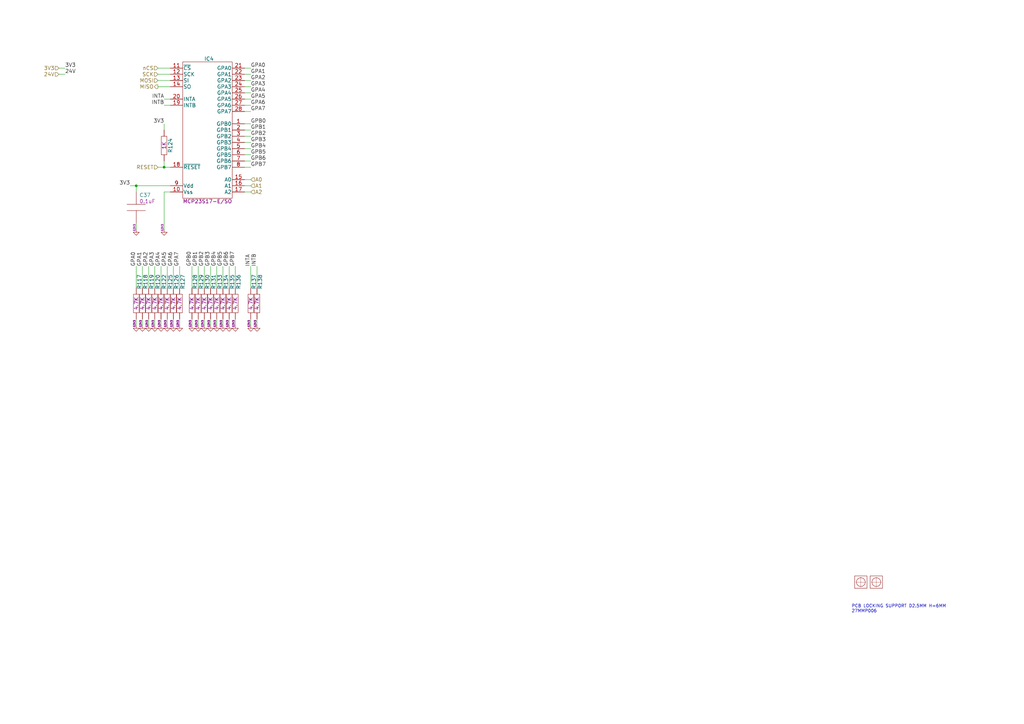
<source format=kicad_sch>
(kicad_sch
	(version 20250114)
	(generator "eeschema")
	(generator_version "9.0")
	(uuid "a1f5c997-0d93-4706-a8a8-9c4d70e56929")
	(paper "A3")
	(title_block
		(title "EOL ECU MIX CARD")
		(date "2023-09-26")
		(rev "0C")
		(company "ARXTRON TECHNOLOGIES")
		(comment 1 "A0180-V0")
		(comment 2 "PRJ22180")
		(comment 3 "EOL ECU RCM8 RCM9")
		(comment 4 "ANTON TOKARSKYI")
	)
	(lib_symbols
		(symbol "Capacitor_AVX:06035C104KAZ2A"
			(pin_numbers
				(hide yes)
			)
			(pin_names
				(offset 1.016)
			)
			(exclude_from_sim no)
			(in_bom yes)
			(on_board yes)
			(property "Reference" "C"
				(at -5.08 1.27 90)
				(effects
					(font
						(size 1.524 1.524)
					)
					(justify left)
				)
			)
			(property "Value" "06035C104KAZ2A"
				(at 1.27 -12.7 0)
				(effects
					(font
						(size 1.524 1.524)
					)
					(hide yes)
				)
			)
			(property "Footprint" "Capacitor_AVX:CAPC1608X90N"
				(at 1.27 -35.56 0)
				(effects
					(font
						(size 1.524 1.524)
					)
					(hide yes)
				)
			)
			(property "Datasheet" ""
				(at 1.27 2.54 0)
				(effects
					(font
						(size 1.524 1.524)
					)
				)
			)
			(property "Description" "CAP CER 0.1UF 50V X7R 0603"
				(at 0 -17.78 0)
				(effects
					(font
						(size 1.524 1.524)
					)
					(hide yes)
				)
			)
			(property "Tolerance" "±10%"
				(at 0 -25.4 0)
				(effects
					(font
						(size 1.524 1.524)
					)
					(hide yes)
				)
			)
			(property "Nominal" "0.1uF"
				(at -2.54 1.27 90)
				(effects
					(font
						(size 1.524 1.524)
					)
					(justify left)
				)
			)
			(property "SupplierDevicePackage" "C0603"
				(at 0 -30.48 0)
				(effects
					(font
						(size 1.524 1.524)
					)
					(hide yes)
				)
			)
			(property "Voltage" "50V"
				(at 0 -22.86 0)
				(effects
					(font
						(size 1.524 1.524)
					)
					(hide yes)
				)
			)
			(property "SupplierPartNumber" "478-3540-1-ND"
				(at 1.27 -15.24 0)
				(effects
					(font
						(size 1.524 1.524)
					)
					(hide yes)
				)
			)
			(property "Supplier" "Digi-Key"
				(at 0 -33.02 0)
				(effects
					(font
						(size 1.524 1.524)
					)
					(hide yes)
				)
			)
			(property "ManufacturerPartNumber" "06035C104KAZ2A"
				(at 1.27 -10.16 0)
				(effects
					(font
						(size 1.524 1.524)
					)
					(hide yes)
				)
			)
			(property "Manufacturer" "AVX Corporation"
				(at 1.27 -20.32 0)
				(effects
					(font
						(size 1.524 1.524)
					)
					(hide yes)
				)
			)
			(property "Type" "X7R"
				(at 0 -27.94 0)
				(effects
					(font
						(size 1.524 1.524)
					)
					(hide yes)
				)
			)
			(symbol "06035C104KAZ2A_0_1"
				(polyline
					(pts
						(xy -1.27 3.81) (xy -1.27 -3.81)
					)
					(stroke
						(width 0)
						(type solid)
					)
					(fill
						(type none)
					)
				)
				(polyline
					(pts
						(xy 1.27 3.81) (xy 1.27 -3.81)
					)
					(stroke
						(width 0)
						(type solid)
					)
					(fill
						(type none)
					)
				)
			)
			(symbol "06035C104KAZ2A_1_1"
				(pin passive line
					(at -6.35 0 0)
					(length 5.08)
					(name "~"
						(effects
							(font
								(size 1.27 1.27)
							)
						)
					)
					(number "1"
						(effects
							(font
								(size 1.27 1.27)
							)
						)
					)
				)
				(pin passive line
					(at 6.35 0 180)
					(length 5.08)
					(name "~"
						(effects
							(font
								(size 1.27 1.27)
							)
						)
					)
					(number "2"
						(effects
							(font
								(size 1.27 1.27)
							)
						)
					)
				)
			)
			(embedded_fonts no)
		)
		(symbol "Microchip:MCP23S17_E_SO"
			(pin_names
				(offset 0.254)
			)
			(exclude_from_sim no)
			(in_bom yes)
			(on_board yes)
			(property "Reference" "IC"
				(at 0.635 20.32 0)
				(effects
					(font
						(size 1.524 1.524)
					)
				)
			)
			(property "Value" "MCP23S17_E_SO"
				(at 0 -40.64 0)
				(effects
					(font
						(size 1.524 1.524)
					)
					(hide yes)
				)
			)
			(property "Footprint" "_Microchip:SOIC28P127_1786X1034X264L83X43N"
				(at 0 -55.88 0)
				(effects
					(font
						(size 1.524 1.524)
					)
					(hide yes)
				)
			)
			(property "Datasheet" ""
				(at 0 5.08 0)
				(effects
					(font
						(size 1.524 1.524)
					)
				)
			)
			(property "Description" "IC I/O EXPANDER SPI 16B 28SOIC"
				(at 0 -45.72 0)
				(effects
					(font
						(size 1.524 1.524)
					)
					(hide yes)
				)
			)
			(property "SupplierDevicePackage" "28-SOIC (0.295\" 7.50mm Width)"
				(at 0 -53.34 0)
				(effects
					(font
						(size 1.524 1.524)
					)
					(hide yes)
				)
			)
			(property "SupplierPartNumber" "MCP23S17-E/SO-ND"
				(at 0 -43.18 0)
				(effects
					(font
						(size 1.524 1.524)
					)
					(hide yes)
				)
			)
			(property "Supplier" "Digi-Key"
				(at 0 -50.8 0)
				(effects
					(font
						(size 1.524 1.524)
					)
					(hide yes)
				)
			)
			(property "ManufacturerPartNumber" "MCP23S17-E/SO"
				(at 0 -38.1 0)
				(effects
					(font
						(size 1.524 1.524)
					)
				)
			)
			(property "Manufacturer" "Microchip Technology"
				(at 0 -48.26 0)
				(effects
					(font
						(size 1.524 1.524)
					)
					(hide yes)
				)
			)
			(symbol "MCP23S17_E_SO_0_1"
				(rectangle
					(start -10.16 19.05)
					(end 10.16 -36.83)
					(stroke
						(width 0)
						(type solid)
					)
					(fill
						(type none)
					)
				)
			)
			(symbol "MCP23S17_E_SO_1_1"
				(pin passive line
					(at -15.24 16.51 0)
					(length 5.08)
					(name "~{CS}"
						(effects
							(font
								(size 1.524 1.524)
							)
						)
					)
					(number "11"
						(effects
							(font
								(size 1.524 1.524)
							)
						)
					)
				)
				(pin passive line
					(at -15.24 13.97 0)
					(length 5.08)
					(name "SCK"
						(effects
							(font
								(size 1.524 1.524)
							)
						)
					)
					(number "12"
						(effects
							(font
								(size 1.524 1.524)
							)
						)
					)
				)
				(pin passive line
					(at -15.24 11.43 0)
					(length 5.08)
					(name "SI"
						(effects
							(font
								(size 1.524 1.524)
							)
						)
					)
					(number "13"
						(effects
							(font
								(size 1.524 1.524)
							)
						)
					)
				)
				(pin passive line
					(at -15.24 8.89 0)
					(length 5.08)
					(name "SO"
						(effects
							(font
								(size 1.524 1.524)
							)
						)
					)
					(number "14"
						(effects
							(font
								(size 1.524 1.524)
							)
						)
					)
				)
				(pin passive line
					(at -15.24 3.81 0)
					(length 5.08)
					(name "INTA"
						(effects
							(font
								(size 1.524 1.524)
							)
						)
					)
					(number "20"
						(effects
							(font
								(size 1.524 1.524)
							)
						)
					)
				)
				(pin passive line
					(at -15.24 1.27 0)
					(length 5.08)
					(name "INTB"
						(effects
							(font
								(size 1.524 1.524)
							)
						)
					)
					(number "19"
						(effects
							(font
								(size 1.524 1.524)
							)
						)
					)
				)
				(pin passive line
					(at -15.24 -24.13 0)
					(length 5.08)
					(name "~{RESET}"
						(effects
							(font
								(size 1.524 1.524)
							)
						)
					)
					(number "18"
						(effects
							(font
								(size 1.524 1.524)
							)
						)
					)
				)
				(pin passive line
					(at -15.24 -31.75 0)
					(length 5.08)
					(name "Vdd"
						(effects
							(font
								(size 1.524 1.524)
							)
						)
					)
					(number "9"
						(effects
							(font
								(size 1.524 1.524)
							)
						)
					)
				)
				(pin passive line
					(at -15.24 -34.29 0)
					(length 5.08)
					(name "Vss"
						(effects
							(font
								(size 1.524 1.524)
							)
						)
					)
					(number "10"
						(effects
							(font
								(size 1.524 1.524)
							)
						)
					)
				)
				(pin passive line
					(at 15.24 16.51 180)
					(length 5.08)
					(name "GPA0"
						(effects
							(font
								(size 1.524 1.524)
							)
						)
					)
					(number "21"
						(effects
							(font
								(size 1.524 1.524)
							)
						)
					)
				)
				(pin passive line
					(at 15.24 13.97 180)
					(length 5.08)
					(name "GPA1"
						(effects
							(font
								(size 1.524 1.524)
							)
						)
					)
					(number "22"
						(effects
							(font
								(size 1.524 1.524)
							)
						)
					)
				)
				(pin passive line
					(at 15.24 11.43 180)
					(length 5.08)
					(name "GPA2"
						(effects
							(font
								(size 1.524 1.524)
							)
						)
					)
					(number "23"
						(effects
							(font
								(size 1.524 1.524)
							)
						)
					)
				)
				(pin passive line
					(at 15.24 8.89 180)
					(length 5.08)
					(name "GPA3"
						(effects
							(font
								(size 1.524 1.524)
							)
						)
					)
					(number "24"
						(effects
							(font
								(size 1.524 1.524)
							)
						)
					)
				)
				(pin passive line
					(at 15.24 6.35 180)
					(length 5.08)
					(name "GPA4"
						(effects
							(font
								(size 1.524 1.524)
							)
						)
					)
					(number "25"
						(effects
							(font
								(size 1.524 1.524)
							)
						)
					)
				)
				(pin passive line
					(at 15.24 3.81 180)
					(length 5.08)
					(name "GPA5"
						(effects
							(font
								(size 1.524 1.524)
							)
						)
					)
					(number "26"
						(effects
							(font
								(size 1.524 1.524)
							)
						)
					)
				)
				(pin passive line
					(at 15.24 1.27 180)
					(length 5.08)
					(name "GPA6"
						(effects
							(font
								(size 1.524 1.524)
							)
						)
					)
					(number "27"
						(effects
							(font
								(size 1.524 1.524)
							)
						)
					)
				)
				(pin passive line
					(at 15.24 -1.27 180)
					(length 5.08)
					(name "GPA7"
						(effects
							(font
								(size 1.524 1.524)
							)
						)
					)
					(number "28"
						(effects
							(font
								(size 1.524 1.524)
							)
						)
					)
				)
				(pin passive line
					(at 15.24 -6.35 180)
					(length 5.08)
					(name "GPB0"
						(effects
							(font
								(size 1.524 1.524)
							)
						)
					)
					(number "1"
						(effects
							(font
								(size 1.524 1.524)
							)
						)
					)
				)
				(pin passive line
					(at 15.24 -8.89 180)
					(length 5.08)
					(name "GPB1"
						(effects
							(font
								(size 1.524 1.524)
							)
						)
					)
					(number "2"
						(effects
							(font
								(size 1.524 1.524)
							)
						)
					)
				)
				(pin passive line
					(at 15.24 -11.43 180)
					(length 5.08)
					(name "GPB2"
						(effects
							(font
								(size 1.524 1.524)
							)
						)
					)
					(number "3"
						(effects
							(font
								(size 1.524 1.524)
							)
						)
					)
				)
				(pin passive line
					(at 15.24 -13.97 180)
					(length 5.08)
					(name "GPB3"
						(effects
							(font
								(size 1.524 1.524)
							)
						)
					)
					(number "4"
						(effects
							(font
								(size 1.524 1.524)
							)
						)
					)
				)
				(pin passive line
					(at 15.24 -16.51 180)
					(length 5.08)
					(name "GPB4"
						(effects
							(font
								(size 1.524 1.524)
							)
						)
					)
					(number "5"
						(effects
							(font
								(size 1.524 1.524)
							)
						)
					)
				)
				(pin passive line
					(at 15.24 -19.05 180)
					(length 5.08)
					(name "GPB5"
						(effects
							(font
								(size 1.524 1.524)
							)
						)
					)
					(number "6"
						(effects
							(font
								(size 1.524 1.524)
							)
						)
					)
				)
				(pin passive line
					(at 15.24 -21.59 180)
					(length 5.08)
					(name "GPB6"
						(effects
							(font
								(size 1.524 1.524)
							)
						)
					)
					(number "7"
						(effects
							(font
								(size 1.524 1.524)
							)
						)
					)
				)
				(pin passive line
					(at 15.24 -24.13 180)
					(length 5.08)
					(name "GPB7"
						(effects
							(font
								(size 1.524 1.524)
							)
						)
					)
					(number "8"
						(effects
							(font
								(size 1.524 1.524)
							)
						)
					)
				)
				(pin passive line
					(at 15.24 -29.21 180)
					(length 5.08)
					(name "A0"
						(effects
							(font
								(size 1.524 1.524)
							)
						)
					)
					(number "15"
						(effects
							(font
								(size 1.524 1.524)
							)
						)
					)
				)
				(pin passive line
					(at 15.24 -31.75 180)
					(length 5.08)
					(name "A1"
						(effects
							(font
								(size 1.524 1.524)
							)
						)
					)
					(number "16"
						(effects
							(font
								(size 1.524 1.524)
							)
						)
					)
				)
				(pin passive line
					(at 15.24 -34.29 180)
					(length 5.08)
					(name "A2"
						(effects
							(font
								(size 1.524 1.524)
							)
						)
					)
					(number "17"
						(effects
							(font
								(size 1.524 1.524)
							)
						)
					)
				)
			)
			(embedded_fonts no)
		)
		(symbol "Resistor_Yageo:RC0603FR-071KL"
			(pin_numbers
				(hide yes)
			)
			(pin_names
				(offset 1.016)
			)
			(exclude_from_sim no)
			(in_bom yes)
			(on_board yes)
			(property "Reference" "R"
				(at 0 2.54 0)
				(effects
					(font
						(size 1.524 1.524)
					)
				)
			)
			(property "Value" "RC0603FR-071KL"
				(at 0 -2.54 0)
				(effects
					(font
						(size 1.524 1.524)
					)
					(hide yes)
				)
			)
			(property "Footprint" "Resistor_Yageo_RC:RESC1608X65N"
				(at 0 -22.86 0)
				(effects
					(font
						(size 1.524 1.524)
					)
					(hide yes)
				)
			)
			(property "Datasheet" ""
				(at -1.27 0 0)
				(effects
					(font
						(size 1.524 1.524)
					)
					(hide yes)
				)
			)
			(property "Description" "RES SMD 1K OHM 1% 1/10W 0603"
				(at 0 -10.16 0)
				(effects
					(font
						(size 1.524 1.524)
					)
					(hide yes)
				)
			)
			(property "Nominal" "1K"
				(at 0 0 0)
				(effects
					(font
						(size 1.524 1.524)
					)
				)
			)
			(property "Power" "1/10W"
				(at 0 -15.24 0)
				(effects
					(font
						(size 1.524 1.524)
					)
					(hide yes)
				)
			)
			(property "Supplier" "Digi-Key"
				(at 0 -20.32 0)
				(effects
					(font
						(size 1.524 1.524)
					)
					(hide yes)
				)
			)
			(property "ManufacturerPartNumber" "RC0603FR-071KL"
				(at 0 -5.08 0)
				(effects
					(font
						(size 1.524 1.524)
					)
					(hide yes)
				)
			)
			(property "SupplierDevicePackage" "R0603"
				(at 0 -17.78 0)
				(effects
					(font
						(size 1.524 1.524)
					)
					(hide yes)
				)
			)
			(property "SupplierPartNumber" "311-1.00KHRTR-ND"
				(at 0 -7.62 0)
				(effects
					(font
						(size 1.524 1.524)
					)
					(hide yes)
				)
			)
			(property "Manufacturer" "Yageo"
				(at 0 -12.7 0)
				(effects
					(font
						(size 1.524 1.524)
					)
					(hide yes)
				)
			)
			(symbol "RC0603FR-071KL_1_1"
				(polyline
					(pts
						(xy -3.81 1.143) (xy 3.81 1.143) (xy 3.81 -1.143) (xy -3.81 -1.143) (xy -3.81 1.143)
					)
					(stroke
						(width 0)
						(type solid)
					)
					(fill
						(type none)
					)
				)
				(pin passive line
					(at -6.35 0 0)
					(length 2.54)
					(name "~"
						(effects
							(font
								(size 1.27 1.27)
							)
						)
					)
					(number "1"
						(effects
							(font
								(size 1.27 1.27)
							)
						)
					)
				)
				(pin passive line
					(at 6.35 0 180)
					(length 2.54)
					(name "~"
						(effects
							(font
								(size 1.27 1.27)
							)
						)
					)
					(number "2"
						(effects
							(font
								(size 1.27 1.27)
							)
						)
					)
				)
			)
			(embedded_fonts no)
		)
		(symbol "Resistor_Yageo:RC0603FR-074K7L"
			(pin_numbers
				(hide yes)
			)
			(pin_names
				(offset 1.016)
			)
			(exclude_from_sim no)
			(in_bom yes)
			(on_board yes)
			(property "Reference" "R"
				(at 0 2.54 0)
				(effects
					(font
						(size 1.524 1.524)
					)
				)
			)
			(property "Value" "RC0603FR-074K7L"
				(at 0 -2.54 0)
				(effects
					(font
						(size 1.524 1.524)
					)
					(hide yes)
				)
			)
			(property "Footprint" "Resistor_Yageo_RC:RESC1608X65N"
				(at 0 -22.86 0)
				(effects
					(font
						(size 1.524 1.524)
					)
					(hide yes)
				)
			)
			(property "Datasheet" ""
				(at -1.27 0 0)
				(effects
					(font
						(size 1.524 1.524)
					)
					(hide yes)
				)
			)
			(property "Description" "RES SMD 4.7K OHM 1% 1/10W 0603"
				(at 0 -10.16 0)
				(effects
					(font
						(size 1.524 1.524)
					)
					(hide yes)
				)
			)
			(property "Nominal" "4.7K"
				(at 0 0 0)
				(effects
					(font
						(size 1.524 1.524)
					)
				)
			)
			(property "Power" "1/10W"
				(at 0 -15.24 0)
				(effects
					(font
						(size 1.524 1.524)
					)
					(hide yes)
				)
			)
			(property "Supplier" "Digi-Key"
				(at 0 -20.32 0)
				(effects
					(font
						(size 1.524 1.524)
					)
					(hide yes)
				)
			)
			(property "ManufacturerPartNumber" "RC0603FR-074K7L"
				(at 0 -5.08 0)
				(effects
					(font
						(size 1.524 1.524)
					)
					(hide yes)
				)
			)
			(property "SupplierDevicePackage" "R0603"
				(at 0 -17.78 0)
				(effects
					(font
						(size 1.524 1.524)
					)
					(hide yes)
				)
			)
			(property "SupplierPartNumber" "311-4.70KHRTR-ND"
				(at 0 -7.62 0)
				(effects
					(font
						(size 1.524 1.524)
					)
					(hide yes)
				)
			)
			(property "Manufacturer" "Yageo"
				(at 0 -12.7 0)
				(effects
					(font
						(size 1.524 1.524)
					)
					(hide yes)
				)
			)
			(symbol "RC0603FR-074K7L_1_1"
				(polyline
					(pts
						(xy -3.81 1.143) (xy 3.81 1.143) (xy 3.81 -1.143) (xy -3.81 -1.143) (xy -3.81 1.143)
					)
					(stroke
						(width 0)
						(type solid)
					)
					(fill
						(type none)
					)
				)
				(pin passive line
					(at -6.35 0 0)
					(length 2.54)
					(name "~"
						(effects
							(font
								(size 1.27 1.27)
							)
						)
					)
					(number "1"
						(effects
							(font
								(size 1.27 1.27)
							)
						)
					)
				)
				(pin passive line
					(at 6.35 0 180)
					(length 2.54)
					(name "~"
						(effects
							(font
								(size 1.27 1.27)
							)
						)
					)
					(number "2"
						(effects
							(font
								(size 1.27 1.27)
							)
						)
					)
				)
			)
			(embedded_fonts no)
		)
		(symbol "_mounting_hole:MTGNPH250Z345K480"
			(pin_numbers
				(hide yes)
			)
			(pin_names
				(offset 1.016)
			)
			(exclude_from_sim yes)
			(in_bom no)
			(on_board yes)
			(property "Reference" "MH"
				(at 0 3.81 0)
				(effects
					(font
						(size 1.524 1.524)
					)
					(hide yes)
				)
			)
			(property "Value" "MTGNPH250Z345K480"
				(at 0 -6.35 0)
				(effects
					(font
						(size 1.524 1.524)
					)
					(hide yes)
				)
			)
			(property "Footprint" "_mounting_holes:MTGNPH250Z345K480"
				(at 1.905 -14.605 0)
				(effects
					(font
						(size 1.524 1.524)
					)
					(hide yes)
				)
			)
			(property "Datasheet" ""
				(at -1.27 0 0)
				(effects
					(font
						(size 1.524 1.524)
					)
					(hide yes)
				)
			)
			(property "Description" "MOUNTING HOLE NON-PLATED 2.5 MM DIA. HOLE KEEPOUT 4.8 MM DIA."
				(at 0 -3.81 0)
				(effects
					(font
						(size 1.524 1.524)
					)
					(hide yes)
				)
			)
			(property "ManufacturerPartNumber" "NA"
				(at 0 -16.51 0)
				(effects
					(font
						(size 1.524 1.524)
					)
					(hide yes)
				)
			)
			(property "Manufacturer" "Arxtron"
				(at 0 -11.43 0)
				(effects
					(font
						(size 1.524 1.524)
					)
					(hide yes)
				)
			)
			(property "SupplierPartNumber" "NA"
				(at 0 -19.05 0)
				(effects
					(font
						(size 1.524 1.524)
					)
					(hide yes)
				)
			)
			(property "Supplier" "Arxtron"
				(at 0 -8.89 0)
				(effects
					(font
						(size 1.524 1.524)
					)
					(hide yes)
				)
			)
			(symbol "MTGNPH250Z345K480_0_1"
				(rectangle
					(start -2.54 2.54)
					(end 2.54 -2.54)
					(stroke
						(width 0)
						(type solid)
					)
					(fill
						(type none)
					)
				)
				(polyline
					(pts
						(xy -2.032 0) (xy 2.032 0)
					)
					(stroke
						(width 0.0762)
						(type solid)
					)
					(fill
						(type none)
					)
				)
				(polyline
					(pts
						(xy 0 2.032) (xy 0 -2.032)
					)
					(stroke
						(width 0.0762)
						(type solid)
					)
					(fill
						(type none)
					)
				)
				(circle
					(center 0 0)
					(radius 1.8034)
					(stroke
						(width 0)
						(type solid)
					)
					(fill
						(type none)
					)
				)
			)
			(embedded_fonts no)
		)
		(symbol "_power_symbol:GND_3V3"
			(power)
			(pin_names
				(offset 0)
			)
			(exclude_from_sim no)
			(in_bom yes)
			(on_board yes)
			(property "Reference" "#PWR"
				(at 0 -6.35 0)
				(effects
					(font
						(size 1.27 1.27)
					)
					(hide yes)
				)
			)
			(property "Value" "GND_3V3"
				(at 0 -3.81 0)
				(effects
					(font
						(size 1.27 1.27)
					)
					(hide yes)
				)
			)
			(property "Footprint" ""
				(at 0 0 0)
				(effects
					(font
						(size 1.27 1.27)
					)
				)
			)
			(property "Datasheet" ""
				(at 0 0 0)
				(effects
					(font
						(size 1.27 1.27)
					)
				)
			)
			(property "Description" ""
				(at 0 0 0)
				(effects
					(font
						(size 1.27 1.27)
					)
					(hide yes)
				)
			)
			(property "ShortName" "G3V3"
				(at -0.762 0.635 90)
				(effects
					(font
						(size 0.762 0.762)
					)
				)
			)
			(symbol "GND_3V3_0_1"
				(polyline
					(pts
						(xy 0 0) (xy 0 -1.27) (xy 1.27 -1.27) (xy 0 -2.54) (xy -1.27 -1.27) (xy 0 -1.27)
					)
					(stroke
						(width 0)
						(type solid)
					)
					(fill
						(type none)
					)
				)
			)
			(symbol "GND_3V3_1_1"
				(pin power_in line
					(at 0 0 270)
					(length 0)
					(hide yes)
					(name "GNDD"
						(effects
							(font
								(size 1.27 1.27)
							)
						)
					)
					(number "1"
						(effects
							(font
								(size 1.27 1.27)
							)
						)
					)
				)
			)
			(embedded_fonts no)
		)
	)
	(text "TODO:\n\n- INTERRUPT OUTPUT CAN BE CONFIGURED AS ACTIVE-HIGH, ACTIVE-LOW OR OPEN-DRAIN\n - VSUP (FOR RELAY'S COIL ...) AND 3V3 (MICROCONTROLLER, MCP ...)\n\n\n\n"
		(exclude_from_sim no)
		(at 39.37 -3.81 0)
		(effects
			(font
				(size 3.048 3.048)
			)
			(justify left bottom)
		)
		(uuid "896c27ae-f971-478a-8ab7-f6d44129d5e4")
	)
	(text "PCB LOCKING SUPPORT D2.5MM H=6MM  \n27MMP006"
		(exclude_from_sim no)
		(at 349.25 251.46 0)
		(effects
			(font
				(size 1.27 1.27)
			)
			(justify left bottom)
		)
		(uuid "dbdcee8e-54c6-476a-90f8-0fcf73eb3dea")
	)
	(junction
		(at 67.31 68.58)
		(diameter 0)
		(color 0 0 0 0)
		(uuid "70e2751f-e01f-43b5-b4b6-882da1758120")
	)
	(junction
		(at 55.88 76.2)
		(diameter 0)
		(color 0 0 0 0)
		(uuid "ed8d5c1c-feea-4105-8490-4baf44aac6f5")
	)
	(wire
		(pts
			(xy 58.42 118.11) (xy 58.42 109.22)
		)
		(stroke
			(width 0)
			(type default)
		)
		(uuid "06b0da6d-23fa-4a28-bff3-af9b105f200a")
	)
	(wire
		(pts
			(xy 60.96 118.11) (xy 60.96 109.22)
		)
		(stroke
			(width 0)
			(type default)
		)
		(uuid "07a8a07e-6b5c-4d5d-a939-aa6e1449887a")
	)
	(wire
		(pts
			(xy 67.31 93.98) (xy 67.31 78.74)
		)
		(stroke
			(width 0)
			(type default)
		)
		(uuid "0905a066-28bb-4049-a009-9d6ea9bf6c1e")
	)
	(wire
		(pts
			(xy 102.87 33.02) (xy 100.33 33.02)
		)
		(stroke
			(width 0)
			(type default)
		)
		(uuid "0a3f55a3-294d-45b3-bd99-2f8998beff01")
	)
	(wire
		(pts
			(xy 71.12 118.11) (xy 71.12 109.22)
		)
		(stroke
			(width 0)
			(type default)
		)
		(uuid "1d6adfec-52a8-4e5f-921d-bcf64e418b14")
	)
	(wire
		(pts
			(xy 93.98 118.11) (xy 93.98 109.22)
		)
		(stroke
			(width 0)
			(type default)
		)
		(uuid "1d7634be-994b-4c44-89fa-69b74a646a7b")
	)
	(wire
		(pts
			(xy 73.66 133.35) (xy 73.66 130.81)
		)
		(stroke
			(width 0)
			(type default)
		)
		(uuid "1f0c07ca-2a94-44cf-a3d3-df0fb97aba42")
	)
	(wire
		(pts
			(xy 69.85 27.94) (xy 64.77 27.94)
		)
		(stroke
			(width 0)
			(type default)
		)
		(uuid "204f7bea-a06d-4dcc-90c5-c32c64146231")
	)
	(wire
		(pts
			(xy 55.88 76.2) (xy 69.85 76.2)
		)
		(stroke
			(width 0)
			(type default)
		)
		(uuid "20f05cde-f821-4f30-8734-ae32b0a3e962")
	)
	(wire
		(pts
			(xy 67.31 78.74) (xy 69.85 78.74)
		)
		(stroke
			(width 0)
			(type default)
		)
		(uuid "23082243-877e-4a5a-b0e5-3792fb753511")
	)
	(wire
		(pts
			(xy 105.41 109.22) (xy 105.41 118.11)
		)
		(stroke
			(width 0)
			(type default)
		)
		(uuid "24d7ef81-3e14-4424-ae2f-af802c3ca7b4")
	)
	(wire
		(pts
			(xy 55.88 78.74) (xy 55.88 76.2)
		)
		(stroke
			(width 0)
			(type default)
		)
		(uuid "2d77bea6-2a79-4b7e-a40e-0e99d61a9f03")
	)
	(wire
		(pts
			(xy 100.33 66.04) (xy 102.87 66.04)
		)
		(stroke
			(width 0)
			(type default)
		)
		(uuid "2e398fbf-eb73-4bbb-97d1-1bcda55ef8f4")
	)
	(wire
		(pts
			(xy 105.41 133.35) (xy 105.41 130.81)
		)
		(stroke
			(width 0)
			(type default)
		)
		(uuid "33a31870-7eb7-4081-99de-3fd6ce5291c1")
	)
	(wire
		(pts
			(xy 73.66 118.11) (xy 73.66 109.22)
		)
		(stroke
			(width 0)
			(type default)
		)
		(uuid "39939ef5-dd70-4157-8bb9-a79192f1ad87")
	)
	(wire
		(pts
			(xy 81.28 133.35) (xy 81.28 130.81)
		)
		(stroke
			(width 0)
			(type default)
		)
		(uuid "3a4fd41a-c173-4d90-8edb-8bcce14cb66e")
	)
	(wire
		(pts
			(xy 60.96 133.35) (xy 60.96 130.81)
		)
		(stroke
			(width 0)
			(type default)
		)
		(uuid "3b59fbb7-a665-4e61-b166-06a5b0fe4d58")
	)
	(wire
		(pts
			(xy 102.87 45.72) (xy 100.33 45.72)
		)
		(stroke
			(width 0)
			(type default)
		)
		(uuid "40ac1337-84cc-482a-b0a0-a077afc1467d")
	)
	(wire
		(pts
			(xy 100.33 58.42) (xy 102.87 58.42)
		)
		(stroke
			(width 0)
			(type default)
		)
		(uuid "44302f56-1f70-4302-853c-e936cd654ae8")
	)
	(wire
		(pts
			(xy 93.98 133.35) (xy 93.98 130.81)
		)
		(stroke
			(width 0)
			(type default)
		)
		(uuid "454f36db-09e1-41d5-82fa-8f17b5491892")
	)
	(wire
		(pts
			(xy 102.87 55.88) (xy 100.33 55.88)
		)
		(stroke
			(width 0)
			(type default)
		)
		(uuid "46b2f565-7af4-43b2-ac6c-6baeea23eb48")
	)
	(wire
		(pts
			(xy 83.82 118.11) (xy 83.82 109.22)
		)
		(stroke
			(width 0)
			(type default)
		)
		(uuid "490ceb82-07e6-4d14-805c-f98c201bb571")
	)
	(wire
		(pts
			(xy 53.34 76.2) (xy 55.88 76.2)
		)
		(stroke
			(width 0)
			(type default)
		)
		(uuid "50f18c37-30a0-42cd-a97c-e3bec1fcecda")
	)
	(wire
		(pts
			(xy 100.33 43.18) (xy 102.87 43.18)
		)
		(stroke
			(width 0)
			(type default)
		)
		(uuid "5177fe8d-adf6-4775-b419-43dc2cca9025")
	)
	(wire
		(pts
			(xy 64.77 68.58) (xy 67.31 68.58)
		)
		(stroke
			(width 0)
			(type default)
		)
		(uuid "587c6616-263d-4f16-92b2-06fe78992623")
	)
	(wire
		(pts
			(xy 88.9 118.11) (xy 88.9 109.22)
		)
		(stroke
			(width 0)
			(type default)
		)
		(uuid "5ed6bc52-c078-4b61-bc4e-2590e90c4164")
	)
	(wire
		(pts
			(xy 68.58 133.35) (xy 68.58 130.81)
		)
		(stroke
			(width 0)
			(type default)
		)
		(uuid "60af8ce8-41b1-4967-9b56-b66553978d16")
	)
	(wire
		(pts
			(xy 68.58 118.11) (xy 68.58 109.22)
		)
		(stroke
			(width 0)
			(type default)
		)
		(uuid "66684eca-f5fa-44d7-9afc-b76fa2b6a948")
	)
	(wire
		(pts
			(xy 102.87 133.35) (xy 102.87 130.81)
		)
		(stroke
			(width 0)
			(type default)
		)
		(uuid "6754ecaa-b8b6-41e1-bd36-29ca6315e2a2")
	)
	(wire
		(pts
			(xy 102.87 73.66) (xy 100.33 73.66)
		)
		(stroke
			(width 0)
			(type default)
		)
		(uuid "68c89dbe-4e81-4f28-b099-e179358c3bb0")
	)
	(wire
		(pts
			(xy 69.85 68.58) (xy 67.31 68.58)
		)
		(stroke
			(width 0)
			(type default)
		)
		(uuid "6e8b7c65-3a42-4e86-a8ce-5fd36aea18f3")
	)
	(wire
		(pts
			(xy 78.74 118.11) (xy 78.74 109.22)
		)
		(stroke
			(width 0)
			(type default)
		)
		(uuid "71236015-8f67-41bc-9911-2ca5b2cadf22")
	)
	(wire
		(pts
			(xy 63.5 118.11) (xy 63.5 109.22)
		)
		(stroke
			(width 0)
			(type default)
		)
		(uuid "753b1249-b934-4154-91d8-a43b7d8c4763")
	)
	(wire
		(pts
			(xy 81.28 118.11) (xy 81.28 109.22)
		)
		(stroke
			(width 0)
			(type default)
		)
		(uuid "7ba84a7b-d031-4589-b158-1ddaefc6df94")
	)
	(wire
		(pts
			(xy 24.13 30.48) (xy 26.67 30.48)
		)
		(stroke
			(width 0)
			(type default)
		)
		(uuid "7db0b651-cf1e-491b-90f2-01c39584a32a")
	)
	(wire
		(pts
			(xy 64.77 30.48) (xy 69.85 30.48)
		)
		(stroke
			(width 0)
			(type default)
		)
		(uuid "7e7d9263-3ae7-4a6a-870c-c80a0a4b1bc1")
	)
	(wire
		(pts
			(xy 96.52 118.11) (xy 96.52 109.22)
		)
		(stroke
			(width 0)
			(type default)
		)
		(uuid "82074834-2496-423b-8039-4643445f38b4")
	)
	(wire
		(pts
			(xy 102.87 50.8) (xy 100.33 50.8)
		)
		(stroke
			(width 0)
			(type default)
		)
		(uuid "83559368-2e2f-4aa5-b810-3cc1ddb41295")
	)
	(wire
		(pts
			(xy 71.12 133.35) (xy 71.12 130.81)
		)
		(stroke
			(width 0)
			(type default)
		)
		(uuid "84df4bcd-161b-4499-91ff-28ac01b91442")
	)
	(wire
		(pts
			(xy 102.87 68.58) (xy 100.33 68.58)
		)
		(stroke
			(width 0)
			(type default)
		)
		(uuid "857c4e38-4f29-483f-9167-215bce94b9a9")
	)
	(wire
		(pts
			(xy 91.44 133.35) (xy 91.44 130.81)
		)
		(stroke
			(width 0)
			(type default)
		)
		(uuid "89ac0c49-bd55-4d56-90d7-884901b3589e")
	)
	(wire
		(pts
			(xy 55.88 133.35) (xy 55.88 130.81)
		)
		(stroke
			(width 0)
			(type default)
		)
		(uuid "8fb7701f-379d-4bd1-8198-1672e12b610f")
	)
	(wire
		(pts
			(xy 55.88 118.11) (xy 55.88 109.22)
		)
		(stroke
			(width 0)
			(type default)
		)
		(uuid "9246131b-616b-4588-a203-d7269b289e12")
	)
	(wire
		(pts
			(xy 63.5 133.35) (xy 63.5 130.81)
		)
		(stroke
			(width 0)
			(type default)
		)
		(uuid "935d843f-4095-4b21-a733-8c88291e1bc3")
	)
	(wire
		(pts
			(xy 83.82 133.35) (xy 83.82 130.81)
		)
		(stroke
			(width 0)
			(type default)
		)
		(uuid "9600f6af-0de6-4e84-b310-f82b2890a5a2")
	)
	(wire
		(pts
			(xy 67.31 68.58) (xy 67.31 66.04)
		)
		(stroke
			(width 0)
			(type default)
		)
		(uuid "9cf3958d-7973-4a8d-b61e-258e16e706fb")
	)
	(wire
		(pts
			(xy 100.33 53.34) (xy 102.87 53.34)
		)
		(stroke
			(width 0)
			(type default)
		)
		(uuid "9ee2189e-48a5-4a41-bc2d-eff72ef15e1f")
	)
	(wire
		(pts
			(xy 64.77 35.56) (xy 69.85 35.56)
		)
		(stroke
			(width 0)
			(type default)
		)
		(uuid "a30f6d41-7062-4981-98b1-849e6313416e")
	)
	(wire
		(pts
			(xy 78.74 133.35) (xy 78.74 130.81)
		)
		(stroke
			(width 0)
			(type default)
		)
		(uuid "a882297b-44f4-420c-b206-a65b2c7743ff")
	)
	(wire
		(pts
			(xy 66.04 118.11) (xy 66.04 109.22)
		)
		(stroke
			(width 0)
			(type default)
		)
		(uuid "aeeb335b-fe1e-4f14-9971-00580dcbe1f5")
	)
	(wire
		(pts
			(xy 100.33 35.56) (xy 102.87 35.56)
		)
		(stroke
			(width 0)
			(type default)
		)
		(uuid "ba83e22c-d7b3-4c04-b202-ac41c1aede9e")
	)
	(wire
		(pts
			(xy 88.9 133.35) (xy 88.9 130.81)
		)
		(stroke
			(width 0)
			(type default)
		)
		(uuid "bd1e8ac0-4200-428d-bad9-7f0d998fb3cd")
	)
	(wire
		(pts
			(xy 102.87 63.5) (xy 100.33 63.5)
		)
		(stroke
			(width 0)
			(type default)
		)
		(uuid "c6f30f20-30f9-4b95-98de-66d8a378393e")
	)
	(wire
		(pts
			(xy 102.87 109.22) (xy 102.87 118.11)
		)
		(stroke
			(width 0)
			(type default)
		)
		(uuid "c95f1b63-71a4-4637-8206-54f0a97762fc")
	)
	(wire
		(pts
			(xy 102.87 40.64) (xy 100.33 40.64)
		)
		(stroke
			(width 0)
			(type default)
		)
		(uuid "d1986862-6d73-40d7-bab6-f7988d1c94a1")
	)
	(wire
		(pts
			(xy 67.31 50.8) (xy 67.31 53.34)
		)
		(stroke
			(width 0)
			(type default)
		)
		(uuid "d3900b68-a012-4c9b-937c-e5d243860d32")
	)
	(wire
		(pts
			(xy 69.85 40.64) (xy 67.31 40.64)
		)
		(stroke
			(width 0)
			(type default)
		)
		(uuid "d51c14cd-4787-47e0-93ff-3a6235b44caf")
	)
	(wire
		(pts
			(xy 66.04 133.35) (xy 66.04 130.81)
		)
		(stroke
			(width 0)
			(type default)
		)
		(uuid "d9ea4b8a-d428-4e0e-a833-b2ef55e68b20")
	)
	(wire
		(pts
			(xy 102.87 78.74) (xy 100.33 78.74)
		)
		(stroke
			(width 0)
			(type default)
		)
		(uuid "e030ef69-0e6e-4847-b80d-2ca6a81b7cba")
	)
	(wire
		(pts
			(xy 100.33 30.48) (xy 102.87 30.48)
		)
		(stroke
			(width 0)
			(type default)
		)
		(uuid "e23abd31-ffcf-4fd2-a329-9343ca3a30cc")
	)
	(wire
		(pts
			(xy 67.31 43.18) (xy 69.85 43.18)
		)
		(stroke
			(width 0)
			(type default)
		)
		(uuid "e23b19de-f9bb-4015-ab5a-b873c3ee2461")
	)
	(wire
		(pts
			(xy 86.36 118.11) (xy 86.36 109.22)
		)
		(stroke
			(width 0)
			(type default)
		)
		(uuid "e3096f1b-7e46-4bd6-8f56-e8e09a19b725")
	)
	(wire
		(pts
			(xy 86.36 133.35) (xy 86.36 130.81)
		)
		(stroke
			(width 0)
			(type default)
		)
		(uuid "e3bf8bb8-ed30-43db-8cb7-9e6d75ccfc61")
	)
	(wire
		(pts
			(xy 102.87 27.94) (xy 100.33 27.94)
		)
		(stroke
			(width 0)
			(type default)
		)
		(uuid "e43b3ef7-b341-44c0-98ce-20358531b1d8")
	)
	(wire
		(pts
			(xy 91.44 118.11) (xy 91.44 109.22)
		)
		(stroke
			(width 0)
			(type default)
		)
		(uuid "e608b946-2163-461c-8f87-a2699505e3dd")
	)
	(wire
		(pts
			(xy 69.85 33.02) (xy 64.77 33.02)
		)
		(stroke
			(width 0)
			(type default)
		)
		(uuid "e6f02394-ce82-4180-b0f8-ddf2cef60795")
	)
	(wire
		(pts
			(xy 55.88 91.44) (xy 55.88 93.98)
		)
		(stroke
			(width 0)
			(type default)
		)
		(uuid "eaf96b16-e0c2-4fd7-996a-86e7fe43849f")
	)
	(wire
		(pts
			(xy 100.33 76.2) (xy 102.87 76.2)
		)
		(stroke
			(width 0)
			(type default)
		)
		(uuid "edfc4525-b5dd-43f6-a44f-a94d882f0ac3")
	)
	(wire
		(pts
			(xy 58.42 133.35) (xy 58.42 130.81)
		)
		(stroke
			(width 0)
			(type default)
		)
		(uuid "efdce5e0-a5d7-4d85-ba8b-662e290428e5")
	)
	(wire
		(pts
			(xy 96.52 133.35) (xy 96.52 130.81)
		)
		(stroke
			(width 0)
			(type default)
		)
		(uuid "f68ccf37-6ec4-412b-b2da-b7d480166f1c")
	)
	(wire
		(pts
			(xy 26.67 27.94) (xy 24.13 27.94)
		)
		(stroke
			(width 0)
			(type default)
		)
		(uuid "f8e00a89-fd68-424f-8433-1d4f2ed7fbe9")
	)
	(wire
		(pts
			(xy 102.87 60.96) (xy 100.33 60.96)
		)
		(stroke
			(width 0)
			(type default)
		)
		(uuid "fc4dce3c-e0b8-40f5-b0fb-318697e59f13")
	)
	(wire
		(pts
			(xy 102.87 38.1) (xy 100.33 38.1)
		)
		(stroke
			(width 0)
			(type default)
		)
		(uuid "ffd4c7cc-5cd1-4ec9-8717-7327f3977331")
	)
	(label "GPB3"
		(at 86.36 109.22 90)
		(effects
			(font
				(size 1.524 1.524)
			)
			(justify left bottom)
		)
		(uuid "22458114-d183-497d-8119-3075a62b5f7e")
	)
	(label "GPB5"
		(at 91.44 109.22 90)
		(effects
			(font
				(size 1.524 1.524)
			)
			(justify left bottom)
		)
		(uuid "28d3afb0-b208-4320-b8af-682f66cf9025")
	)
	(label "GPA5"
		(at 102.87 40.64 0)
		(effects
			(font
				(size 1.524 1.524)
			)
			(justify left bottom)
		)
		(uuid "2b33111f-ef2f-46ba-96cf-eb3153c58d9e")
	)
	(label "INTA"
		(at 67.31 40.64 180)
		(effects
			(font
				(size 1.524 1.524)
			)
			(justify right bottom)
		)
		(uuid "2f826773-f699-473e-82de-7344ea3dc0fc")
	)
	(label "GPA2"
		(at 102.87 33.02 0)
		(effects
			(font
				(size 1.524 1.524)
			)
			(justify left bottom)
		)
		(uuid "33c6f9fe-e815-4c80-bb96-b5ab8d524730")
	)
	(label "GPB5"
		(at 102.87 63.5 0)
		(effects
			(font
				(size 1.524 1.524)
			)
			(justify left bottom)
		)
		(uuid "3993ea38-04ef-4daa-94de-c5b1adfb7e22")
	)
	(label "GPA2"
		(at 60.96 109.22 90)
		(effects
			(font
				(size 1.524 1.524)
			)
			(justify left bottom)
		)
		(uuid "3ebea889-fd33-42fc-a5aa-3b59f61a5c20")
	)
	(label "GPB2"
		(at 102.87 55.88 0)
		(effects
			(font
				(size 1.524 1.524)
			)
			(justify left bottom)
		)
		(uuid "423e7180-623a-44a5-8667-73408dd22654")
	)
	(label "GPA5"
		(at 68.58 109.22 90)
		(effects
			(font
				(size 1.524 1.524)
			)
			(justify left bottom)
		)
		(uuid "46ea9b81-dccb-4761-914b-aa64bf065f4c")
	)
	(label "GPA7"
		(at 73.66 109.22 90)
		(effects
			(font
				(size 1.524 1.524)
			)
			(justify left bottom)
		)
		(uuid "50130248-f443-4c72-a149-3ca3c0169a45")
	)
	(label "GPA6"
		(at 102.87 43.18 0)
		(effects
			(font
				(size 1.524 1.524)
			)
			(justify left bottom)
		)
		(uuid "5866862e-8b07-4e23-b23e-c9b094d5f45e")
	)
	(label "GPB6"
		(at 93.98 109.22 90)
		(effects
			(font
				(size 1.524 1.524)
			)
			(justify left bottom)
		)
		(uuid "5f11f988-ffcc-4df1-90a5-52077f6a7a86")
	)
	(label "GPB1"
		(at 102.87 53.34 0)
		(effects
			(font
				(size 1.524 1.524)
			)
			(justify left bottom)
		)
		(uuid "63b7da3a-57fb-4ebf-89f9-7c2d098aa263")
	)
	(label "GPB6"
		(at 102.87 66.04 0)
		(effects
			(font
				(size 1.524 1.524)
			)
			(justify left bottom)
		)
		(uuid "68848c3f-c9e5-4313-98cd-57dd50c4c761")
	)
	(label "GPA3"
		(at 63.5 109.22 90)
		(effects
			(font
				(size 1.524 1.524)
			)
			(justify left bottom)
		)
		(uuid "6a381ac5-84cb-4857-ad7f-fdcfae20e77d")
	)
	(label "GPA4"
		(at 102.87 38.1 0)
		(effects
			(font
				(size 1.524 1.524)
			)
			(justify left bottom)
		)
		(uuid "6de95818-2cea-4534-a7f7-8e07e47b78c8")
	)
	(label "GPA3"
		(at 102.87 35.56 0)
		(effects
			(font
				(size 1.524 1.524)
			)
			(justify left bottom)
		)
		(uuid "6f0fef9c-6e10-415c-ac1c-7bd4950a28d1")
	)
	(label "GPB0"
		(at 78.74 109.22 90)
		(effects
			(font
				(size 1.524 1.524)
			)
			(justify left bottom)
		)
		(uuid "710e5e13-398c-4173-b43e-d783b5e88de8")
	)
	(label "3V3"
		(at 26.67 27.94 0)
		(effects
			(font
				(size 1.524 1.524)
			)
			(justify left bottom)
		)
		(uuid "71398de9-865a-4bc1-9700-5a9ff68b7dc0")
	)
	(label "3V3"
		(at 53.34 76.2 180)
		(effects
			(font
				(size 1.524 1.524)
			)
			(justify right bottom)
		)
		(uuid "89900ae0-2c2b-4160-9934-a0d380ae5bd1")
	)
	(label "INTB"
		(at 105.41 109.22 90)
		(effects
			(font
				(size 1.524 1.524)
			)
			(justify left bottom)
		)
		(uuid "8aa282dd-9013-4294-bd8c-11d65c7aef0f")
	)
	(label "GPA7"
		(at 102.87 45.72 0)
		(effects
			(font
				(size 1.524 1.524)
			)
			(justify left bottom)
		)
		(uuid "8d3fc0a4-9696-4914-837b-014fb5ddd955")
	)
	(label "GPB7"
		(at 102.87 68.58 0)
		(effects
			(font
				(size 1.524 1.524)
			)
			(justify left bottom)
		)
		(uuid "94f20a28-08e0-4ba7-8943-5d86e7242ddf")
	)
	(label "24V"
		(at 26.67 30.48 0)
		(effects
			(font
				(size 1.524 1.524)
			)
			(justify left bottom)
		)
		(uuid "99f51df1-a4d2-4756-87ae-2a5c490d3ee0")
	)
	(label "GPB4"
		(at 88.9 109.22 90)
		(effects
			(font
				(size 1.524 1.524)
			)
			(justify left bottom)
		)
		(uuid "9bd7e760-a8d9-4168-93d9-02e9acc5a525")
	)
	(label "GPA0"
		(at 55.88 109.22 90)
		(effects
			(font
				(size 1.524 1.524)
			)
			(justify left bottom)
		)
		(uuid "9f8eb076-f4d7-49ec-a8ba-7b35aab00e33")
	)
	(label "GPB3"
		(at 102.87 58.42 0)
		(effects
			(font
				(size 1.524 1.524)
			)
			(justify left bottom)
		)
		(uuid "a4e1340b-7462-46aa-a22c-34d056bf4e9d")
	)
	(label "GPA1"
		(at 102.87 30.48 0)
		(effects
			(font
				(size 1.524 1.524)
			)
			(justify left bottom)
		)
		(uuid "a7289a9f-a4c0-4110-8d6c-bef9ee0a782b")
	)
	(label "GPB1"
		(at 81.28 109.22 90)
		(effects
			(font
				(size 1.524 1.524)
			)
			(justify left bottom)
		)
		(uuid "b7d3375b-ac46-447e-b472-5c4bc93bb627")
	)
	(label "3V3"
		(at 67.31 50.8 180)
		(effects
			(font
				(size 1.524 1.524)
			)
			(justify right bottom)
		)
		(uuid "b801b053-7055-4e94-a84a-d7c9fb9fc675")
	)
	(label "GPA4"
		(at 66.04 109.22 90)
		(effects
			(font
				(size 1.524 1.524)
			)
			(justify left bottom)
		)
		(uuid "c1fb9d5e-bb7a-46f8-9e30-b926ceddf0e0")
	)
	(label "GPA6"
		(at 71.12 109.22 90)
		(effects
			(font
				(size 1.524 1.524)
			)
			(justify left bottom)
		)
		(uuid "cb8d7028-d624-434f-ae03-88f525f89d3f")
	)
	(label "GPA1"
		(at 58.42 109.22 90)
		(effects
			(font
				(size 1.524 1.524)
			)
			(justify left bottom)
		)
		(uuid "d65b2d98-64db-4b95-b64c-0620ee134165")
	)
	(label "GPA0"
		(at 102.87 27.94 0)
		(effects
			(font
				(size 1.524 1.524)
			)
			(justify left bottom)
		)
		(uuid "d6d6a954-06c5-402d-8897-7d30fd197d1a")
	)
	(label "INTB"
		(at 67.31 43.18 180)
		(effects
			(font
				(size 1.524 1.524)
			)
			(justify right bottom)
		)
		(uuid "d8d218ba-4db3-46e4-aab5-dafbc71b253b")
	)
	(label "INTA"
		(at 102.87 109.22 90)
		(effects
			(font
				(size 1.524 1.524)
			)
			(justify left bottom)
		)
		(uuid "d8dea7e6-f45a-4499-bd86-a6b41ac6cf13")
	)
	(label "GPB4"
		(at 102.87 60.96 0)
		(effects
			(font
				(size 1.524 1.524)
			)
			(justify left bottom)
		)
		(uuid "df5ab016-4854-419c-927a-ea596f1f0337")
	)
	(label "GPB2"
		(at 83.82 109.22 90)
		(effects
			(font
				(size 1.524 1.524)
			)
			(justify left bottom)
		)
		(uuid "eaed3562-425f-4eb6-b53c-eab1978754e1")
	)
	(label "GPB0"
		(at 102.87 50.8 0)
		(effects
			(font
				(size 1.524 1.524)
			)
			(justify left bottom)
		)
		(uuid "eff68516-13b7-4229-abbd-d84c78ba6365")
	)
	(label "GPB7"
		(at 96.52 109.22 90)
		(effects
			(font
				(size 1.524 1.524)
			)
			(justify left bottom)
		)
		(uuid "f9a29cd4-5424-4a71-b09e-d05ac8cd5936")
	)
	(hierarchical_label "A0"
		(shape input)
		(at 102.87 73.66 0)
		(effects
			(font
				(size 1.524 1.524)
			)
			(justify left)
		)
		(uuid "03696034-52c8-4f87-be4a-2756b67da2e0")
	)
	(hierarchical_label "3V3"
		(shape input)
		(at 24.13 27.94 180)
		(effects
			(font
				(size 1.524 1.524)
			)
			(justify right)
		)
		(uuid "2e7070a2-2909-4d79-b2df-af94e84be877")
	)
	(hierarchical_label "SCK"
		(shape input)
		(at 64.77 30.48 180)
		(effects
			(font
				(size 1.524 1.524)
			)
			(justify right)
		)
		(uuid "3df82317-24f4-46de-9005-c563aa12dbb8")
	)
	(hierarchical_label "nCS"
		(shape input)
		(at 64.77 27.94 180)
		(effects
			(font
				(size 1.524 1.524)
			)
			(justify right)
		)
		(uuid "48932f72-e6f0-4885-8066-182f061b3d14")
	)
	(hierarchical_label "A1"
		(shape input)
		(at 102.87 76.2 0)
		(effects
			(font
				(size 1.524 1.524)
			)
			(justify left)
		)
		(uuid "ab101c14-c5cf-43e2-9dab-ba302571213d")
	)
	(hierarchical_label "MISO"
		(shape output)
		(at 64.77 35.56 180)
		(effects
			(font
				(size 1.524 1.524)
			)
			(justify right)
		)
		(uuid "b233b6a1-ef30-4141-83ce-9765fb030ee9")
	)
	(hierarchical_label "RESET"
		(shape input)
		(at 64.77 68.58 180)
		(effects
			(font
				(size 1.524 1.524)
			)
			(justify right)
		)
		(uuid "b749e25b-25ad-4122-926b-faedcd373247")
	)
	(hierarchical_label "A2"
		(shape input)
		(at 102.87 78.74 0)
		(effects
			(font
				(size 1.524 1.524)
			)
			(justify left)
		)
		(uuid "bc105586-41da-42e1-bbb2-80ca20555c1a")
	)
	(hierarchical_label "MOSI"
		(shape input)
		(at 64.77 33.02 180)
		(effects
			(font
				(size 1.524 1.524)
			)
			(justify right)
		)
		(uuid "e4fbd430-7845-45af-b3f4-01744826db8b")
	)
	(hierarchical_label "24V"
		(shape input)
		(at 24.13 30.48 180)
		(effects
			(font
				(size 1.524 1.524)
			)
			(justify right)
		)
		(uuid "e5c8b36e-52ae-4030-9d12-0cba099da20c")
	)
	(symbol
		(lib_id "Capacitor_AVX:06035C104KAZ2A")
		(at 55.88 85.09 270)
		(unit 1)
		(exclude_from_sim no)
		(in_bom yes)
		(on_board yes)
		(dnp no)
		(uuid "0124127b-379e-4fc6-ae8a-70941a24e592")
		(property "Reference" "C37"
			(at 57.15 80.01 90)
			(effects
				(font
					(size 1.524 1.524)
				)
				(justify left)
			)
		)
		(property "Value" "06035C104KAZ2A"
			(at 43.18 86.36 0)
			(effects
				(font
					(size 1.524 1.524)
				)
				(hide yes)
			)
		)
		(property "Footprint" "Capacitor_AVX:CAPC1608X90N"
			(at 20.32 86.36 0)
			(effects
				(font
					(size 1.524 1.524)
				)
				(hide yes)
			)
		)
		(property "Datasheet" ""
			(at 58.42 86.36 0)
			(effects
				(font
					(size 1.524 1.524)
				)
			)
		)
		(property "Description" "CAP CER 0.1UF 50V X7R 0603"
			(at 38.1 85.09 0)
			(effects
				(font
					(size 1.524 1.524)
				)
				(hide yes)
			)
		)
		(property "Tolerance" "±10%"
			(at 30.48 85.09 0)
			(effects
				(font
					(size 1.524 1.524)
				)
				(hide yes)
			)
		)
		(property "Nominal" "0.1uF"
			(at 57.15 82.55 90)
			(effects
				(font
					(size 1.524 1.524)
				)
				(justify left)
			)
		)
		(property "SupplierDevicePackage" "C0603"
			(at 25.4 85.09 0)
			(effects
				(font
					(size 1.524 1.524)
				)
				(hide yes)
			)
		)
		(property "Voltage" "50V"
			(at 33.02 85.09 0)
			(effects
				(font
					(size 1.524 1.524)
				)
				(hide yes)
			)
		)
		(property "Supplier" "Digi-Key"
			(at 22.86 85.09 0)
			(effects
				(font
					(size 1.524 1.524)
				)
				(hide yes)
			)
		)
		(property "ManufacturerPartNumber" "06035C104KAZ2A"
			(at 45.72 86.36 0)
			(effects
				(font
					(size 1.524 1.524)
				)
				(hide yes)
			)
		)
		(property "Manufacturer" "AVX Corporation"
			(at 35.56 86.36 0)
			(effects
				(font
					(size 1.524 1.524)
				)
				(hide yes)
			)
		)
		(property "Type" "X7R"
			(at 27.94 85.09 0)
			(effects
				(font
					(size 1.524 1.524)
				)
				(hide yes)
			)
		)
		(property "SupplierPartNumber" "478-3540-1-ND"
			(at 40.64 86.36 0)
			(effects
				(font
					(size 1.524 1.524)
				)
				(hide yes)
			)
		)
		(pin "1"
			(uuid "3e260f13-658a-4527-89f5-454098df4700")
		)
		(pin "2"
			(uuid "64d87c0f-e6c8-4911-bcc0-2a3e1b1f5e1c")
		)
		(instances
			(project "A0180_eol_ecu_mix"
				(path "/a505f839-056b-47d1-a2e3-8d0a1723ab23/92330004-eaf4-4fbd-b973-54ee5966d260"
					(reference "C37")
					(unit 1)
				)
			)
		)
	)
	(symbol
		(lib_id "Resistor_Yageo:RC0603FR-074K7L")
		(at 86.36 124.46 270)
		(unit 1)
		(exclude_from_sim no)
		(in_bom yes)
		(on_board yes)
		(dnp no)
		(uuid "01c5d52f-0f6f-4e9d-941c-3c5f9eed2a9c")
		(property "Reference" "R131"
			(at 87.63 115.57 0)
			(effects
				(font
					(size 1.524 1.524)
				)
			)
		)
		(property "Value" "RC0603FR-074K7L"
			(at 83.82 124.46 0)
			(effects
				(font
					(size 1.524 1.524)
				)
				(hide yes)
			)
		)
		(property "Footprint" "Resistor_Yageo_RC:RESC1608X65N"
			(at 63.5 124.46 0)
			(effects
				(font
					(size 1.524 1.524)
				)
				(hide yes)
			)
		)
		(property "Datasheet" ""
			(at 86.36 123.19 0)
			(effects
				(font
					(size 1.524 1.524)
				)
				(hide yes)
			)
		)
		(property "Description" "RES SMD 4.7K OHM 1% 1/10W 0603"
			(at 76.2 124.46 0)
			(effects
				(font
					(size 1.524 1.524)
				)
				(hide yes)
			)
		)
		(property "SupplierDevicePackage" "R0603"
			(at 68.58 124.46 0)
			(effects
				(font
					(size 1.524 1.524)
				)
				(hide yes)
			)
		)
		(property "ManufacturerPartNumber" "RC0603FR-074K7L"
			(at 81.28 124.46 0)
			(effects
				(font
					(size 1.524 1.524)
				)
				(hide yes)
			)
		)
		(property "Supplier" "Digi-Key"
			(at 66.04 124.46 0)
			(effects
				(font
					(size 1.524 1.524)
				)
				(hide yes)
			)
		)
		(property "Power" "1/10W"
			(at 71.12 124.46 0)
			(effects
				(font
					(size 1.524 1.524)
				)
				(hide yes)
			)
		)
		(property "Nominal" "4.7K"
			(at 86.36 124.46 0)
			(effects
				(font
					(size 1.524 1.524)
				)
			)
		)
		(property "Manufacturer" "Yageo"
			(at 73.66 124.46 0)
			(effects
				(font
					(size 1.524 1.524)
				)
				(hide yes)
			)
		)
		(property "SupplierPartNumber" "311-4.70KHRTR-ND"
			(at 78.74 124.46 0)
			(effects
				(font
					(size 1.524 1.524)
				)
				(hide yes)
			)
		)
		(pin "1"
			(uuid "6fad87d1-609e-4370-8286-73b72cd324c8")
		)
		(pin "2"
			(uuid "1a49280c-c6e4-4682-a23b-74b9e2aec00f")
		)
		(instances
			(project "A0180_eol_ecu_mix"
				(path "/a505f839-056b-47d1-a2e3-8d0a1723ab23/92330004-eaf4-4fbd-b973-54ee5966d260"
					(reference "R131")
					(unit 1)
				)
			)
		)
	)
	(symbol
		(lib_id "_power_symbol:GND_3V3")
		(at 66.04 133.35 0)
		(unit 1)
		(exclude_from_sim no)
		(in_bom yes)
		(on_board yes)
		(dnp no)
		(uuid "01dc444f-ec10-459e-9f41-fd14810046f9")
		(property "Reference" "#PWR0192"
			(at 66.04 139.7 0)
			(effects
				(font
					(size 1.27 1.27)
				)
				(hide yes)
			)
		)
		(property "Value" "GND_3V3"
			(at 66.04 137.16 0)
			(effects
				(font
					(size 1.27 1.27)
				)
				(hide yes)
			)
		)
		(property "Footprint" ""
			(at 66.04 133.35 0)
			(effects
				(font
					(size 1.27 1.27)
				)
			)
		)
		(property "Datasheet" ""
			(at 66.04 133.35 0)
			(effects
				(font
					(size 1.27 1.27)
				)
			)
		)
		(property "Description" ""
			(at 66.04 133.35 0)
			(effects
				(font
					(size 1.27 1.27)
				)
				(hide yes)
			)
		)
		(property "ShortName" "G3V3"
			(at 65.278 132.715 90)
			(effects
				(font
					(size 0.762 0.762)
				)
			)
		)
		(pin "1"
			(uuid "697202b5-6574-4982-8d05-5c92cee793c6")
		)
		(instances
			(project "A0180_eol_ecu_mix"
				(path "/a505f839-056b-47d1-a2e3-8d0a1723ab23/92330004-eaf4-4fbd-b973-54ee5966d260"
					(reference "#PWR0192")
					(unit 1)
				)
			)
		)
	)
	(symbol
		(lib_id "_power_symbol:GND_3V3")
		(at 63.5 133.35 0)
		(unit 1)
		(exclude_from_sim no)
		(in_bom yes)
		(on_board yes)
		(dnp no)
		(uuid "05e17090-8c65-4909-8b62-361468cc53cd")
		(property "Reference" "#PWR0191"
			(at 63.5 139.7 0)
			(effects
				(font
					(size 1.27 1.27)
				)
				(hide yes)
			)
		)
		(property "Value" "GND_3V3"
			(at 63.5 137.16 0)
			(effects
				(font
					(size 1.27 1.27)
				)
				(hide yes)
			)
		)
		(property "Footprint" ""
			(at 63.5 133.35 0)
			(effects
				(font
					(size 1.27 1.27)
				)
			)
		)
		(property "Datasheet" ""
			(at 63.5 133.35 0)
			(effects
				(font
					(size 1.27 1.27)
				)
			)
		)
		(property "Description" ""
			(at 63.5 133.35 0)
			(effects
				(font
					(size 1.27 1.27)
				)
				(hide yes)
			)
		)
		(property "ShortName" "G3V3"
			(at 62.738 132.715 90)
			(effects
				(font
					(size 0.762 0.762)
				)
			)
		)
		(pin "1"
			(uuid "83fe546c-6525-4df6-80b7-46eaa99aa881")
		)
		(instances
			(project "A0180_eol_ecu_mix"
				(path "/a505f839-056b-47d1-a2e3-8d0a1723ab23/92330004-eaf4-4fbd-b973-54ee5966d260"
					(reference "#PWR0191")
					(unit 1)
				)
			)
		)
	)
	(symbol
		(lib_id "Microchip:MCP23S17_E_SO")
		(at 85.09 44.45 0)
		(unit 1)
		(exclude_from_sim no)
		(in_bom yes)
		(on_board yes)
		(dnp no)
		(uuid "0dab3fb7-68ec-4bbb-a64b-ad65e833ff16")
		(property "Reference" "IC4"
			(at 85.725 24.13 0)
			(effects
				(font
					(size 1.524 1.524)
				)
			)
		)
		(property "Value" "MCP23S17_E_SO"
			(at 85.09 85.09 0)
			(effects
				(font
					(size 1.524 1.524)
				)
				(hide yes)
			)
		)
		(property "Footprint" "_Microchip:SOIC28P127_1786X1034X264L83X43N"
			(at 85.09 100.33 0)
			(effects
				(font
					(size 1.524 1.524)
				)
				(hide yes)
			)
		)
		(property "Datasheet" ""
			(at 85.09 39.37 0)
			(effects
				(font
					(size 1.524 1.524)
				)
			)
		)
		(property "Description" "IC I/O EXPANDER SPI 16B 28SOIC"
			(at 85.09 90.17 0)
			(effects
				(font
					(size 1.524 1.524)
				)
				(hide yes)
			)
		)
		(property "SupplierDevicePackage" "28-SOIC (0.295\" 7.50mm Width)"
			(at 85.09 97.79 0)
			(effects
				(font
					(size 1.524 1.524)
				)
				(hide yes)
			)
		)
		(property "Supplier" "Digi-Key"
			(at 85.09 95.25 0)
			(effects
				(font
					(size 1.524 1.524)
				)
				(hide yes)
			)
		)
		(property "ManufacturerPartNumber" "MCP23S17-E/SO"
			(at 85.09 82.55 0)
			(effects
				(font
					(size 1.524 1.524)
				)
			)
		)
		(property "Manufacturer" "Microchip Technology"
			(at 85.09 92.71 0)
			(effects
				(font
					(size 1.524 1.524)
				)
				(hide yes)
			)
		)
		(property "SupplierPartNumber" "MCP23S17-E/SO-ND"
			(at 85.09 87.63 0)
			(effects
				(font
					(size 1.524 1.524)
				)
				(hide yes)
			)
		)
		(pin "1"
			(uuid "13b1cd13-8adf-454c-b15e-3a9a611c3c71")
		)
		(pin "10"
			(uuid "4ab574d8-83ba-476e-83fd-e603b88e6126")
		)
		(pin "11"
			(uuid "77d6f05a-012a-47fc-9d75-e1c83ae851fc")
		)
		(pin "12"
			(uuid "14f64f4f-570c-481c-b9ea-c9ef5677ab91")
		)
		(pin "13"
			(uuid "ce9da5a5-f432-47c5-8c0f-066759c01054")
		)
		(pin "14"
			(uuid "db053070-1710-4bb2-a807-440ada48f89f")
		)
		(pin "15"
			(uuid "66572a0c-3131-42e1-b149-ff84980c032c")
		)
		(pin "16"
			(uuid "7488c6ea-35d9-4fb4-9ac3-9ecf19be8ecf")
		)
		(pin "17"
			(uuid "0d2a90bb-94b8-407c-acf4-f3db9954d7e1")
		)
		(pin "18"
			(uuid "6265fb55-05f2-4ac8-9543-2abfc1db6e46")
		)
		(pin "19"
			(uuid "5387cf27-a33f-4aa7-9848-1d8e95422977")
		)
		(pin "2"
			(uuid "a7dac0d0-46e2-48af-b992-198092aa2055")
		)
		(pin "20"
			(uuid "c7fb3e82-0e3f-4569-9df7-817fdacf28de")
		)
		(pin "21"
			(uuid "fc868dfe-117d-4b13-b509-d2e8f781bbd8")
		)
		(pin "22"
			(uuid "ccb77abd-a157-45a8-bbe6-85a516a337b2")
		)
		(pin "23"
			(uuid "6a17d091-6c90-40f3-9fea-5ee86d0bd673")
		)
		(pin "24"
			(uuid "5dddd3b7-ede7-4cca-8ee4-af3aa5bf9dfb")
		)
		(pin "25"
			(uuid "70e05f04-2f41-4077-b88b-2090c2d3280f")
		)
		(pin "26"
			(uuid "b014d2ae-d745-49cc-840d-584e38582ea6")
		)
		(pin "27"
			(uuid "a98f85dc-ef4f-4bcd-92e2-ef06c9875731")
		)
		(pin "28"
			(uuid "95a6e247-711a-456c-9065-d9cd34ef00ee")
		)
		(pin "3"
			(uuid "210b4fd2-fb25-45b0-9778-64d4a4213452")
		)
		(pin "4"
			(uuid "beff7531-7331-43b3-a014-12f79e58ab4c")
		)
		(pin "5"
			(uuid "165e6402-f2db-4327-8f77-ea85e3502d48")
		)
		(pin "6"
			(uuid "03565d1c-cddf-4d4c-a583-dbe46d67a9c3")
		)
		(pin "7"
			(uuid "603d46b3-75d7-4a59-a8ca-0a148589c69b")
		)
		(pin "8"
			(uuid "89dc09f3-1ada-47e9-8200-068d1cf9b3c0")
		)
		(pin "9"
			(uuid "782a02dc-35d1-41b2-8ef1-d6ee75c8fad7")
		)
		(instances
			(project "A0180_eol_ecu_mix"
				(path "/a505f839-056b-47d1-a2e3-8d0a1723ab23/92330004-eaf4-4fbd-b973-54ee5966d260"
					(reference "IC4")
					(unit 1)
				)
			)
		)
	)
	(symbol
		(lib_id "_power_symbol:GND_3V3")
		(at 60.96 133.35 0)
		(unit 1)
		(exclude_from_sim no)
		(in_bom yes)
		(on_board yes)
		(dnp no)
		(uuid "0fb47c7f-8399-4bb5-bea0-0ac295badcfe")
		(property "Reference" "#PWR0190"
			(at 60.96 139.7 0)
			(effects
				(font
					(size 1.27 1.27)
				)
				(hide yes)
			)
		)
		(property "Value" "GND_3V3"
			(at 60.96 137.16 0)
			(effects
				(font
					(size 1.27 1.27)
				)
				(hide yes)
			)
		)
		(property "Footprint" ""
			(at 60.96 133.35 0)
			(effects
				(font
					(size 1.27 1.27)
				)
			)
		)
		(property "Datasheet" ""
			(at 60.96 133.35 0)
			(effects
				(font
					(size 1.27 1.27)
				)
			)
		)
		(property "Description" ""
			(at 60.96 133.35 0)
			(effects
				(font
					(size 1.27 1.27)
				)
				(hide yes)
			)
		)
		(property "ShortName" "G3V3"
			(at 60.198 132.715 90)
			(effects
				(font
					(size 0.762 0.762)
				)
			)
		)
		(pin "1"
			(uuid "8b3970bd-2ee7-4ffc-99d3-ff423a0cdfea")
		)
		(instances
			(project "A0180_eol_ecu_mix"
				(path "/a505f839-056b-47d1-a2e3-8d0a1723ab23/92330004-eaf4-4fbd-b973-54ee5966d260"
					(reference "#PWR0190")
					(unit 1)
				)
			)
		)
	)
	(symbol
		(lib_id "Resistor_Yageo:RC0603FR-074K7L")
		(at 102.87 124.46 270)
		(unit 1)
		(exclude_from_sim no)
		(in_bom yes)
		(on_board yes)
		(dnp no)
		(uuid "1264982b-c382-498c-a9b5-62c58dc8bc67")
		(property "Reference" "R137"
			(at 104.14 115.57 0)
			(effects
				(font
					(size 1.524 1.524)
				)
			)
		)
		(property "Value" "RC0603FR-074K7L"
			(at 100.33 124.46 0)
			(effects
				(font
					(size 1.524 1.524)
				)
				(hide yes)
			)
		)
		(property "Footprint" "Resistor_Yageo_RC:RESC1608X65N"
			(at 80.01 124.46 0)
			(effects
				(font
					(size 1.524 1.524)
				)
				(hide yes)
			)
		)
		(property "Datasheet" ""
			(at 102.87 123.19 0)
			(effects
				(font
					(size 1.524 1.524)
				)
				(hide yes)
			)
		)
		(property "Description" "RES SMD 4.7K OHM 1% 1/10W 0603"
			(at 92.71 124.46 0)
			(effects
				(font
					(size 1.524 1.524)
				)
				(hide yes)
			)
		)
		(property "SupplierDevicePackage" "R0603"
			(at 85.09 124.46 0)
			(effects
				(font
					(size 1.524 1.524)
				)
				(hide yes)
			)
		)
		(property "ManufacturerPartNumber" "RC0603FR-074K7L"
			(at 97.79 124.46 0)
			(effects
				(font
					(size 1.524 1.524)
				)
				(hide yes)
			)
		)
		(property "Supplier" "Digi-Key"
			(at 82.55 124.46 0)
			(effects
				(font
					(size 1.524 1.524)
				)
				(hide yes)
			)
		)
		(property "Power" "1/10W"
			(at 87.63 124.46 0)
			(effects
				(font
					(size 1.524 1.524)
				)
				(hide yes)
			)
		)
		(property "Nominal" "4.7K"
			(at 102.87 124.46 0)
			(effects
				(font
					(size 1.524 1.524)
				)
			)
		)
		(property "Manufacturer" "Yageo"
			(at 90.17 124.46 0)
			(effects
				(font
					(size 1.524 1.524)
				)
				(hide yes)
			)
		)
		(property "SupplierPartNumber" "311-4.70KHRTR-ND"
			(at 95.25 124.46 0)
			(effects
				(font
					(size 1.524 1.524)
				)
				(hide yes)
			)
		)
		(pin "1"
			(uuid "ce3099e3-cbbc-4a8f-b1d1-cd36821d78dd")
		)
		(pin "2"
			(uuid "ccc0afc5-48cf-4746-af88-c7267afbd6ca")
		)
		(instances
			(project "A0180_eol_ecu_mix"
				(path "/a505f839-056b-47d1-a2e3-8d0a1723ab23/92330004-eaf4-4fbd-b973-54ee5966d260"
					(reference "R137")
					(unit 1)
				)
			)
		)
	)
	(symbol
		(lib_id "Resistor_Yageo:RC0603FR-074K7L")
		(at 60.96 124.46 270)
		(unit 1)
		(exclude_from_sim no)
		(in_bom yes)
		(on_board yes)
		(dnp no)
		(uuid "189e3de1-b0af-43d7-96de-c9c3f682ea2a")
		(property "Reference" "R119"
			(at 62.23 115.57 0)
			(effects
				(font
					(size 1.524 1.524)
				)
			)
		)
		(property "Value" "RC0603FR-074K7L"
			(at 58.42 124.46 0)
			(effects
				(font
					(size 1.524 1.524)
				)
				(hide yes)
			)
		)
		(property "Footprint" "Resistor_Yageo_RC:RESC1608X65N"
			(at 38.1 124.46 0)
			(effects
				(font
					(size 1.524 1.524)
				)
				(hide yes)
			)
		)
		(property "Datasheet" ""
			(at 60.96 123.19 0)
			(effects
				(font
					(size 1.524 1.524)
				)
				(hide yes)
			)
		)
		(property "Description" "RES SMD 4.7K OHM 1% 1/10W 0603"
			(at 50.8 124.46 0)
			(effects
				(font
					(size 1.524 1.524)
				)
				(hide yes)
			)
		)
		(property "SupplierDevicePackage" "R0603"
			(at 43.18 124.46 0)
			(effects
				(font
					(size 1.524 1.524)
				)
				(hide yes)
			)
		)
		(property "ManufacturerPartNumber" "RC0603FR-074K7L"
			(at 55.88 124.46 0)
			(effects
				(font
					(size 1.524 1.524)
				)
				(hide yes)
			)
		)
		(property "Supplier" "Digi-Key"
			(at 40.64 124.46 0)
			(effects
				(font
					(size 1.524 1.524)
				)
				(hide yes)
			)
		)
		(property "Power" "1/10W"
			(at 45.72 124.46 0)
			(effects
				(font
					(size 1.524 1.524)
				)
				(hide yes)
			)
		)
		(property "Nominal" "4.7K"
			(at 60.96 124.46 0)
			(effects
				(font
					(size 1.524 1.524)
				)
			)
		)
		(property "Manufacturer" "Yageo"
			(at 48.26 124.46 0)
			(effects
				(font
					(size 1.524 1.524)
				)
				(hide yes)
			)
		)
		(property "SupplierPartNumber" "311-4.70KHRTR-ND"
			(at 53.34 124.46 0)
			(effects
				(font
					(size 1.524 1.524)
				)
				(hide yes)
			)
		)
		(pin "1"
			(uuid "b5dcec60-5a50-43b0-8ed6-1d4751cbc672")
		)
		(pin "2"
			(uuid "4a0ff76c-d67f-4dea-b91c-54e9b1d0ae04")
		)
		(instances
			(project "A0180_eol_ecu_mix"
				(path "/a505f839-056b-47d1-a2e3-8d0a1723ab23/92330004-eaf4-4fbd-b973-54ee5966d260"
					(reference "R119")
					(unit 1)
				)
			)
		)
	)
	(symbol
		(lib_id "_power_symbol:GND_3V3")
		(at 81.28 133.35 0)
		(unit 1)
		(exclude_from_sim no)
		(in_bom yes)
		(on_board yes)
		(dnp no)
		(uuid "1b09eab5-3db9-4726-a450-4f50b43aeee0")
		(property "Reference" "#PWR0198"
			(at 81.28 139.7 0)
			(effects
				(font
					(size 1.27 1.27)
				)
				(hide yes)
			)
		)
		(property "Value" "GND_3V3"
			(at 81.28 137.16 0)
			(effects
				(font
					(size 1.27 1.27)
				)
				(hide yes)
			)
		)
		(property "Footprint" ""
			(at 81.28 133.35 0)
			(effects
				(font
					(size 1.27 1.27)
				)
			)
		)
		(property "Datasheet" ""
			(at 81.28 133.35 0)
			(effects
				(font
					(size 1.27 1.27)
				)
			)
		)
		(property "Description" ""
			(at 81.28 133.35 0)
			(effects
				(font
					(size 1.27 1.27)
				)
				(hide yes)
			)
		)
		(property "ShortName" "G3V3"
			(at 80.518 132.715 90)
			(effects
				(font
					(size 0.762 0.762)
				)
			)
		)
		(pin "1"
			(uuid "433786be-dbcd-4b19-b053-f243a36f62db")
		)
		(instances
			(project "A0180_eol_ecu_mix"
				(path "/a505f839-056b-47d1-a2e3-8d0a1723ab23/92330004-eaf4-4fbd-b973-54ee5966d260"
					(reference "#PWR0198")
					(unit 1)
				)
			)
		)
	)
	(symbol
		(lib_id "Resistor_Yageo:RC0603FR-074K7L")
		(at 58.42 124.46 270)
		(unit 1)
		(exclude_from_sim no)
		(in_bom yes)
		(on_board yes)
		(dnp no)
		(uuid "1ee86473-4916-448b-a6c2-696df7653602")
		(property "Reference" "R118"
			(at 59.69 115.57 0)
			(effects
				(font
					(size 1.524 1.524)
				)
			)
		)
		(property "Value" "RC0603FR-074K7L"
			(at 55.88 124.46 0)
			(effects
				(font
					(size 1.524 1.524)
				)
				(hide yes)
			)
		)
		(property "Footprint" "Resistor_Yageo_RC:RESC1608X65N"
			(at 35.56 124.46 0)
			(effects
				(font
					(size 1.524 1.524)
				)
				(hide yes)
			)
		)
		(property "Datasheet" ""
			(at 58.42 123.19 0)
			(effects
				(font
					(size 1.524 1.524)
				)
				(hide yes)
			)
		)
		(property "Description" "RES SMD 4.7K OHM 1% 1/10W 0603"
			(at 48.26 124.46 0)
			(effects
				(font
					(size 1.524 1.524)
				)
				(hide yes)
			)
		)
		(property "SupplierDevicePackage" "R0603"
			(at 40.64 124.46 0)
			(effects
				(font
					(size 1.524 1.524)
				)
				(hide yes)
			)
		)
		(property "ManufacturerPartNumber" "RC0603FR-074K7L"
			(at 53.34 124.46 0)
			(effects
				(font
					(size 1.524 1.524)
				)
				(hide yes)
			)
		)
		(property "Supplier" "Digi-Key"
			(at 38.1 124.46 0)
			(effects
				(font
					(size 1.524 1.524)
				)
				(hide yes)
			)
		)
		(property "Power" "1/10W"
			(at 43.18 124.46 0)
			(effects
				(font
					(size 1.524 1.524)
				)
				(hide yes)
			)
		)
		(property "Nominal" "4.7K"
			(at 58.42 124.46 0)
			(effects
				(font
					(size 1.524 1.524)
				)
			)
		)
		(property "Manufacturer" "Yageo"
			(at 45.72 124.46 0)
			(effects
				(font
					(size 1.524 1.524)
				)
				(hide yes)
			)
		)
		(property "SupplierPartNumber" "311-4.70KHRTR-ND"
			(at 50.8 124.46 0)
			(effects
				(font
					(size 1.524 1.524)
				)
				(hide yes)
			)
		)
		(pin "1"
			(uuid "b720676b-7264-4adf-9845-ace651e9f5c5")
		)
		(pin "2"
			(uuid "063afaa3-948f-4a97-b69f-8d40c9c0ef34")
		)
		(instances
			(project "A0180_eol_ecu_mix"
				(path "/a505f839-056b-47d1-a2e3-8d0a1723ab23/92330004-eaf4-4fbd-b973-54ee5966d260"
					(reference "R118")
					(unit 1)
				)
			)
		)
	)
	(symbol
		(lib_id "Resistor_Yageo:RC0603FR-074K7L")
		(at 66.04 124.46 270)
		(unit 1)
		(exclude_from_sim no)
		(in_bom yes)
		(on_board yes)
		(dnp no)
		(uuid "228f3026-9ae8-4e54-b314-517969331cf0")
		(property "Reference" "R122"
			(at 67.31 115.57 0)
			(effects
				(font
					(size 1.524 1.524)
				)
			)
		)
		(property "Value" "RC0603FR-074K7L"
			(at 63.5 124.46 0)
			(effects
				(font
					(size 1.524 1.524)
				)
				(hide yes)
			)
		)
		(property "Footprint" "Resistor_Yageo_RC:RESC1608X65N"
			(at 43.18 124.46 0)
			(effects
				(font
					(size 1.524 1.524)
				)
				(hide yes)
			)
		)
		(property "Datasheet" ""
			(at 66.04 123.19 0)
			(effects
				(font
					(size 1.524 1.524)
				)
				(hide yes)
			)
		)
		(property "Description" "RES SMD 4.7K OHM 1% 1/10W 0603"
			(at 55.88 124.46 0)
			(effects
				(font
					(size 1.524 1.524)
				)
				(hide yes)
			)
		)
		(property "SupplierDevicePackage" "R0603"
			(at 48.26 124.46 0)
			(effects
				(font
					(size 1.524 1.524)
				)
				(hide yes)
			)
		)
		(property "ManufacturerPartNumber" "RC0603FR-074K7L"
			(at 60.96 124.46 0)
			(effects
				(font
					(size 1.524 1.524)
				)
				(hide yes)
			)
		)
		(property "Supplier" "Digi-Key"
			(at 45.72 124.46 0)
			(effects
				(font
					(size 1.524 1.524)
				)
				(hide yes)
			)
		)
		(property "Power" "1/10W"
			(at 50.8 124.46 0)
			(effects
				(font
					(size 1.524 1.524)
				)
				(hide yes)
			)
		)
		(property "Nominal" "4.7K"
			(at 66.04 124.46 0)
			(effects
				(font
					(size 1.524 1.524)
				)
			)
		)
		(property "Manufacturer" "Yageo"
			(at 53.34 124.46 0)
			(effects
				(font
					(size 1.524 1.524)
				)
				(hide yes)
			)
		)
		(property "SupplierPartNumber" "311-4.70KHRTR-ND"
			(at 58.42 124.46 0)
			(effects
				(font
					(size 1.524 1.524)
				)
				(hide yes)
			)
		)
		(pin "1"
			(uuid "ce566ab1-3bcf-46de-aa52-6436eaeebc8f")
		)
		(pin "2"
			(uuid "4a35861c-9225-411e-a1a4-125e32c1bb8b")
		)
		(instances
			(project "A0180_eol_ecu_mix"
				(path "/a505f839-056b-47d1-a2e3-8d0a1723ab23/92330004-eaf4-4fbd-b973-54ee5966d260"
					(reference "R122")
					(unit 1)
				)
			)
		)
	)
	(symbol
		(lib_id "Resistor_Yageo:RC0603FR-074K7L")
		(at 63.5 124.46 270)
		(unit 1)
		(exclude_from_sim no)
		(in_bom yes)
		(on_board yes)
		(dnp no)
		(uuid "25ac4eb6-31f4-439b-9665-d86f770b38c5")
		(property "Reference" "R120"
			(at 64.77 115.57 0)
			(effects
				(font
					(size 1.524 1.524)
				)
			)
		)
		(property "Value" "RC0603FR-074K7L"
			(at 60.96 124.46 0)
			(effects
				(font
					(size 1.524 1.524)
				)
				(hide yes)
			)
		)
		(property "Footprint" "Resistor_Yageo_RC:RESC1608X65N"
			(at 40.64 124.46 0)
			(effects
				(font
					(size 1.524 1.524)
				)
				(hide yes)
			)
		)
		(property "Datasheet" ""
			(at 63.5 123.19 0)
			(effects
				(font
					(size 1.524 1.524)
				)
				(hide yes)
			)
		)
		(property "Description" "RES SMD 4.7K OHM 1% 1/10W 0603"
			(at 53.34 124.46 0)
			(effects
				(font
					(size 1.524 1.524)
				)
				(hide yes)
			)
		)
		(property "SupplierDevicePackage" "R0603"
			(at 45.72 124.46 0)
			(effects
				(font
					(size 1.524 1.524)
				)
				(hide yes)
			)
		)
		(property "ManufacturerPartNumber" "RC0603FR-074K7L"
			(at 58.42 124.46 0)
			(effects
				(font
					(size 1.524 1.524)
				)
				(hide yes)
			)
		)
		(property "Supplier" "Digi-Key"
			(at 43.18 124.46 0)
			(effects
				(font
					(size 1.524 1.524)
				)
				(hide yes)
			)
		)
		(property "Power" "1/10W"
			(at 48.26 124.46 0)
			(effects
				(font
					(size 1.524 1.524)
				)
				(hide yes)
			)
		)
		(property "Nominal" "4.7K"
			(at 63.5 124.46 0)
			(effects
				(font
					(size 1.524 1.524)
				)
			)
		)
		(property "Manufacturer" "Yageo"
			(at 50.8 124.46 0)
			(effects
				(font
					(size 1.524 1.524)
				)
				(hide yes)
			)
		)
		(property "SupplierPartNumber" "311-4.70KHRTR-ND"
			(at 55.88 124.46 0)
			(effects
				(font
					(size 1.524 1.524)
				)
				(hide yes)
			)
		)
		(pin "1"
			(uuid "a25c2f49-b967-4b43-a8d1-3f4c043662bd")
		)
		(pin "2"
			(uuid "8a8008c0-26d7-4a5b-a4f2-35809e8d8af6")
		)
		(instances
			(project "A0180_eol_ecu_mix"
				(path "/a505f839-056b-47d1-a2e3-8d0a1723ab23/92330004-eaf4-4fbd-b973-54ee5966d260"
					(reference "R120")
					(unit 1)
				)
			)
		)
	)
	(symbol
		(lib_id "_power_symbol:GND_3V3")
		(at 58.42 133.35 0)
		(unit 1)
		(exclude_from_sim no)
		(in_bom yes)
		(on_board yes)
		(dnp no)
		(uuid "2cf938c0-ede0-4439-b925-fbc1e56a6c5c")
		(property "Reference" "#PWR0188"
			(at 58.42 139.7 0)
			(effects
				(font
					(size 1.27 1.27)
				)
				(hide yes)
			)
		)
		(property "Value" "GND_3V3"
			(at 58.42 137.16 0)
			(effects
				(font
					(size 1.27 1.27)
				)
				(hide yes)
			)
		)
		(property "Footprint" ""
			(at 58.42 133.35 0)
			(effects
				(font
					(size 1.27 1.27)
				)
			)
		)
		(property "Datasheet" ""
			(at 58.42 133.35 0)
			(effects
				(font
					(size 1.27 1.27)
				)
			)
		)
		(property "Description" ""
			(at 58.42 133.35 0)
			(effects
				(font
					(size 1.27 1.27)
				)
				(hide yes)
			)
		)
		(property "ShortName" "G3V3"
			(at 57.658 132.715 90)
			(effects
				(font
					(size 0.762 0.762)
				)
			)
		)
		(pin "1"
			(uuid "2f680a35-51c1-458e-bb51-043b7a39f4e3")
		)
		(instances
			(project "A0180_eol_ecu_mix"
				(path "/a505f839-056b-47d1-a2e3-8d0a1723ab23/92330004-eaf4-4fbd-b973-54ee5966d260"
					(reference "#PWR0188")
					(unit 1)
				)
			)
		)
	)
	(symbol
		(lib_id "Resistor_Yageo:RC0603FR-074K7L")
		(at 88.9 124.46 270)
		(unit 1)
		(exclude_from_sim no)
		(in_bom yes)
		(on_board yes)
		(dnp no)
		(uuid "3538ce05-9efb-41d7-bdfa-7f534ae73fce")
		(property "Reference" "R133"
			(at 90.17 115.57 0)
			(effects
				(font
					(size 1.524 1.524)
				)
			)
		)
		(property "Value" "RC0603FR-074K7L"
			(at 86.36 124.46 0)
			(effects
				(font
					(size 1.524 1.524)
				)
				(hide yes)
			)
		)
		(property "Footprint" "Resistor_Yageo_RC:RESC1608X65N"
			(at 66.04 124.46 0)
			(effects
				(font
					(size 1.524 1.524)
				)
				(hide yes)
			)
		)
		(property "Datasheet" ""
			(at 88.9 123.19 0)
			(effects
				(font
					(size 1.524 1.524)
				)
				(hide yes)
			)
		)
		(property "Description" "RES SMD 4.7K OHM 1% 1/10W 0603"
			(at 78.74 124.46 0)
			(effects
				(font
					(size 1.524 1.524)
				)
				(hide yes)
			)
		)
		(property "SupplierDevicePackage" "R0603"
			(at 71.12 124.46 0)
			(effects
				(font
					(size 1.524 1.524)
				)
				(hide yes)
			)
		)
		(property "ManufacturerPartNumber" "RC0603FR-074K7L"
			(at 83.82 124.46 0)
			(effects
				(font
					(size 1.524 1.524)
				)
				(hide yes)
			)
		)
		(property "Supplier" "Digi-Key"
			(at 68.58 124.46 0)
			(effects
				(font
					(size 1.524 1.524)
				)
				(hide yes)
			)
		)
		(property "Power" "1/10W"
			(at 73.66 124.46 0)
			(effects
				(font
					(size 1.524 1.524)
				)
				(hide yes)
			)
		)
		(property "Nominal" "4.7K"
			(at 88.9 124.46 0)
			(effects
				(font
					(size 1.524 1.524)
				)
			)
		)
		(property "Manufacturer" "Yageo"
			(at 76.2 124.46 0)
			(effects
				(font
					(size 1.524 1.524)
				)
				(hide yes)
			)
		)
		(property "SupplierPartNumber" "311-4.70KHRTR-ND"
			(at 81.28 124.46 0)
			(effects
				(font
					(size 1.524 1.524)
				)
				(hide yes)
			)
		)
		(pin "1"
			(uuid "5450db19-79cf-47de-8ee8-029e68727c70")
		)
		(pin "2"
			(uuid "0e7bc8aa-59bf-4ebd-be0e-2ae448cb6556")
		)
		(instances
			(project "A0180_eol_ecu_mix"
				(path "/a505f839-056b-47d1-a2e3-8d0a1723ab23/92330004-eaf4-4fbd-b973-54ee5966d260"
					(reference "R133")
					(unit 1)
				)
			)
		)
	)
	(symbol
		(lib_id "_power_symbol:GND_3V3")
		(at 83.82 133.35 0)
		(unit 1)
		(exclude_from_sim no)
		(in_bom yes)
		(on_board yes)
		(dnp no)
		(uuid "3b6a1122-68a4-416f-b06d-44750d8d3631")
		(property "Reference" "#PWR0199"
			(at 83.82 139.7 0)
			(effects
				(font
					(size 1.27 1.27)
				)
				(hide yes)
			)
		)
		(property "Value" "GND_3V3"
			(at 83.82 137.16 0)
			(effects
				(font
					(size 1.27 1.27)
				)
				(hide yes)
			)
		)
		(property "Footprint" ""
			(at 83.82 133.35 0)
			(effects
				(font
					(size 1.27 1.27)
				)
			)
		)
		(property "Datasheet" ""
			(at 83.82 133.35 0)
			(effects
				(font
					(size 1.27 1.27)
				)
			)
		)
		(property "Description" ""
			(at 83.82 133.35 0)
			(effects
				(font
					(size 1.27 1.27)
				)
				(hide yes)
			)
		)
		(property "ShortName" "G3V3"
			(at 83.058 132.715 90)
			(effects
				(font
					(size 0.762 0.762)
				)
			)
		)
		(pin "1"
			(uuid "b169fe54-4a9a-4dd8-80ca-88c85e319a5c")
		)
		(instances
			(project "A0180_eol_ecu_mix"
				(path "/a505f839-056b-47d1-a2e3-8d0a1723ab23/92330004-eaf4-4fbd-b973-54ee5966d260"
					(reference "#PWR0199")
					(unit 1)
				)
			)
		)
	)
	(symbol
		(lib_id "Resistor_Yageo:RC0603FR-074K7L")
		(at 73.66 124.46 270)
		(unit 1)
		(exclude_from_sim no)
		(in_bom yes)
		(on_board yes)
		(dnp no)
		(uuid "4a88f7ef-66d5-4999-b0df-85b163db0972")
		(property "Reference" "R127"
			(at 74.93 115.57 0)
			(effects
				(font
					(size 1.524 1.524)
				)
			)
		)
		(property "Value" "RC0603FR-074K7L"
			(at 71.12 124.46 0)
			(effects
				(font
					(size 1.524 1.524)
				)
				(hide yes)
			)
		)
		(property "Footprint" "Resistor_Yageo_RC:RESC1608X65N"
			(at 50.8 124.46 0)
			(effects
				(font
					(size 1.524 1.524)
				)
				(hide yes)
			)
		)
		(property "Datasheet" ""
			(at 73.66 123.19 0)
			(effects
				(font
					(size 1.524 1.524)
				)
				(hide yes)
			)
		)
		(property "Description" "RES SMD 4.7K OHM 1% 1/10W 0603"
			(at 63.5 124.46 0)
			(effects
				(font
					(size 1.524 1.524)
				)
				(hide yes)
			)
		)
		(property "SupplierDevicePackage" "R0603"
			(at 55.88 124.46 0)
			(effects
				(font
					(size 1.524 1.524)
				)
				(hide yes)
			)
		)
		(property "ManufacturerPartNumber" "RC0603FR-074K7L"
			(at 68.58 124.46 0)
			(effects
				(font
					(size 1.524 1.524)
				)
				(hide yes)
			)
		)
		(property "Supplier" "Digi-Key"
			(at 53.34 124.46 0)
			(effects
				(font
					(size 1.524 1.524)
				)
				(hide yes)
			)
		)
		(property "Power" "1/10W"
			(at 58.42 124.46 0)
			(effects
				(font
					(size 1.524 1.524)
				)
				(hide yes)
			)
		)
		(property "Nominal" "4.7K"
			(at 73.66 124.46 0)
			(effects
				(font
					(size 1.524 1.524)
				)
			)
		)
		(property "Manufacturer" "Yageo"
			(at 60.96 124.46 0)
			(effects
				(font
					(size 1.524 1.524)
				)
				(hide yes)
			)
		)
		(property "SupplierPartNumber" "311-4.70KHRTR-ND"
			(at 66.04 124.46 0)
			(effects
				(font
					(size 1.524 1.524)
				)
				(hide yes)
			)
		)
		(pin "1"
			(uuid "ebcf531d-b35a-4cf3-a3be-984e60e4581d")
		)
		(pin "2"
			(uuid "c677fdcb-229a-4a46-84d0-07bd351e6fbc")
		)
		(instances
			(project "A0180_eol_ecu_mix"
				(path "/a505f839-056b-47d1-a2e3-8d0a1723ab23/92330004-eaf4-4fbd-b973-54ee5966d260"
					(reference "R127")
					(unit 1)
				)
			)
		)
	)
	(symbol
		(lib_id "_power_symbol:GND_3V3")
		(at 96.52 133.35 0)
		(unit 1)
		(exclude_from_sim no)
		(in_bom yes)
		(on_board yes)
		(dnp no)
		(uuid "4c8947a9-f8fa-48e7-80b3-aed9bf062936")
		(property "Reference" "#PWR0204"
			(at 96.52 139.7 0)
			(effects
				(font
					(size 1.27 1.27)
				)
				(hide yes)
			)
		)
		(property "Value" "GND_3V3"
			(at 96.52 137.16 0)
			(effects
				(font
					(size 1.27 1.27)
				)
				(hide yes)
			)
		)
		(property "Footprint" ""
			(at 96.52 133.35 0)
			(effects
				(font
					(size 1.27 1.27)
				)
			)
		)
		(property "Datasheet" ""
			(at 96.52 133.35 0)
			(effects
				(font
					(size 1.27 1.27)
				)
			)
		)
		(property "Description" ""
			(at 96.52 133.35 0)
			(effects
				(font
					(size 1.27 1.27)
				)
				(hide yes)
			)
		)
		(property "ShortName" "G3V3"
			(at 95.758 132.715 90)
			(effects
				(font
					(size 0.762 0.762)
				)
			)
		)
		(pin "1"
			(uuid "636af0a5-2d44-4617-b906-e997bf5c0ff0")
		)
		(instances
			(project "A0180_eol_ecu_mix"
				(path "/a505f839-056b-47d1-a2e3-8d0a1723ab23/92330004-eaf4-4fbd-b973-54ee5966d260"
					(reference "#PWR0204")
					(unit 1)
				)
			)
		)
	)
	(symbol
		(lib_id "Resistor_Yageo:RC0603FR-074K7L")
		(at 68.58 124.46 270)
		(unit 1)
		(exclude_from_sim no)
		(in_bom yes)
		(on_board yes)
		(dnp no)
		(uuid "4f04d0d7-f990-454a-81b8-18631b25646c")
		(property "Reference" "R125"
			(at 69.85 115.57 0)
			(effects
				(font
					(size 1.524 1.524)
				)
			)
		)
		(property "Value" "RC0603FR-074K7L"
			(at 66.04 124.46 0)
			(effects
				(font
					(size 1.524 1.524)
				)
				(hide yes)
			)
		)
		(property "Footprint" "Resistor_Yageo_RC:RESC1608X65N"
			(at 45.72 124.46 0)
			(effects
				(font
					(size 1.524 1.524)
				)
				(hide yes)
			)
		)
		(property "Datasheet" ""
			(at 68.58 123.19 0)
			(effects
				(font
					(size 1.524 1.524)
				)
				(hide yes)
			)
		)
		(property "Description" "RES SMD 4.7K OHM 1% 1/10W 0603"
			(at 58.42 124.46 0)
			(effects
				(font
					(size 1.524 1.524)
				)
				(hide yes)
			)
		)
		(property "SupplierDevicePackage" "R0603"
			(at 50.8 124.46 0)
			(effects
				(font
					(size 1.524 1.524)
				)
				(hide yes)
			)
		)
		(property "ManufacturerPartNumber" "RC0603FR-074K7L"
			(at 63.5 124.46 0)
			(effects
				(font
					(size 1.524 1.524)
				)
				(hide yes)
			)
		)
		(property "Supplier" "Digi-Key"
			(at 48.26 124.46 0)
			(effects
				(font
					(size 1.524 1.524)
				)
				(hide yes)
			)
		)
		(property "Power" "1/10W"
			(at 53.34 124.46 0)
			(effects
				(font
					(size 1.524 1.524)
				)
				(hide yes)
			)
		)
		(property "Nominal" "4.7K"
			(at 68.58 124.46 0)
			(effects
				(font
					(size 1.524 1.524)
				)
			)
		)
		(property "Manufacturer" "Yageo"
			(at 55.88 124.46 0)
			(effects
				(font
					(size 1.524 1.524)
				)
				(hide yes)
			)
		)
		(property "SupplierPartNumber" "311-4.70KHRTR-ND"
			(at 60.96 124.46 0)
			(effects
				(font
					(size 1.524 1.524)
				)
				(hide yes)
			)
		)
		(pin "1"
			(uuid "3634ce2c-93be-4991-a5a0-53cd42b23544")
		)
		(pin "2"
			(uuid "b0b8bd02-6aaf-4a27-840a-a4821ac92fbd")
		)
		(instances
			(project "A0180_eol_ecu_mix"
				(path "/a505f839-056b-47d1-a2e3-8d0a1723ab23/92330004-eaf4-4fbd-b973-54ee5966d260"
					(reference "R125")
					(unit 1)
				)
			)
		)
	)
	(symbol
		(lib_id "_power_symbol:GND_3V3")
		(at 55.88 93.98 0)
		(unit 1)
		(exclude_from_sim no)
		(in_bom yes)
		(on_board yes)
		(dnp no)
		(uuid "50d3c5db-8dc6-4b72-a88e-c4722c179c74")
		(property "Reference" "#PWR0189"
			(at 55.88 100.33 0)
			(effects
				(font
					(size 1.27 1.27)
				)
				(hide yes)
			)
		)
		(property "Value" "GND_3V3"
			(at 55.88 97.79 0)
			(effects
				(font
					(size 1.27 1.27)
				)
				(hide yes)
			)
		)
		(property "Footprint" ""
			(at 55.88 93.98 0)
			(effects
				(font
					(size 1.27 1.27)
				)
			)
		)
		(property "Datasheet" ""
			(at 55.88 93.98 0)
			(effects
				(font
					(size 1.27 1.27)
				)
			)
		)
		(property "Description" ""
			(at 55.88 93.98 0)
			(effects
				(font
					(size 1.27 1.27)
				)
				(hide yes)
			)
		)
		(property "ShortName" "G3V3"
			(at 55.118 93.345 90)
			(effects
				(font
					(size 0.762 0.762)
				)
			)
		)
		(pin "1"
			(uuid "ff15dbc7-2874-4280-902a-923313106742")
		)
		(instances
			(project "A0180_eol_ecu_mix"
				(path "/a505f839-056b-47d1-a2e3-8d0a1723ab23/92330004-eaf4-4fbd-b973-54ee5966d260"
					(reference "#PWR0189")
					(unit 1)
				)
			)
		)
	)
	(symbol
		(lib_id "Resistor_Yageo:RC0603FR-074K7L")
		(at 105.41 124.46 270)
		(unit 1)
		(exclude_from_sim no)
		(in_bom yes)
		(on_board yes)
		(dnp no)
		(uuid "54abe345-5a92-4f4d-a21c-40cfbc4c67ac")
		(property "Reference" "R138"
			(at 106.68 115.57 0)
			(effects
				(font
					(size 1.524 1.524)
				)
			)
		)
		(property "Value" "RC0603FR-074K7L"
			(at 102.87 124.46 0)
			(effects
				(font
					(size 1.524 1.524)
				)
				(hide yes)
			)
		)
		(property "Footprint" "Resistor_Yageo_RC:RESC1608X65N"
			(at 82.55 124.46 0)
			(effects
				(font
					(size 1.524 1.524)
				)
				(hide yes)
			)
		)
		(property "Datasheet" ""
			(at 105.41 123.19 0)
			(effects
				(font
					(size 1.524 1.524)
				)
				(hide yes)
			)
		)
		(property "Description" "RES SMD 4.7K OHM 1% 1/10W 0603"
			(at 95.25 124.46 0)
			(effects
				(font
					(size 1.524 1.524)
				)
				(hide yes)
			)
		)
		(property "SupplierDevicePackage" "R0603"
			(at 87.63 124.46 0)
			(effects
				(font
					(size 1.524 1.524)
				)
				(hide yes)
			)
		)
		(property "ManufacturerPartNumber" "RC0603FR-074K7L"
			(at 100.33 124.46 0)
			(effects
				(font
					(size 1.524 1.524)
				)
				(hide yes)
			)
		)
		(property "Supplier" "Digi-Key"
			(at 85.09 124.46 0)
			(effects
				(font
					(size 1.524 1.524)
				)
				(hide yes)
			)
		)
		(property "Power" "1/10W"
			(at 90.17 124.46 0)
			(effects
				(font
					(size 1.524 1.524)
				)
				(hide yes)
			)
		)
		(property "Nominal" "4.7K"
			(at 105.41 124.46 0)
			(effects
				(font
					(size 1.524 1.524)
				)
			)
		)
		(property "Manufacturer" "Yageo"
			(at 92.71 124.46 0)
			(effects
				(font
					(size 1.524 1.524)
				)
				(hide yes)
			)
		)
		(property "SupplierPartNumber" "311-4.70KHRTR-ND"
			(at 97.79 124.46 0)
			(effects
				(font
					(size 1.524 1.524)
				)
				(hide yes)
			)
		)
		(pin "1"
			(uuid "4c7c1bcd-dc8d-41c2-8588-5e79a68bd049")
		)
		(pin "2"
			(uuid "edf1725b-65d1-454c-bacb-3dd810acca6f")
		)
		(instances
			(project "A0180_eol_ecu_mix"
				(path "/a505f839-056b-47d1-a2e3-8d0a1723ab23/92330004-eaf4-4fbd-b973-54ee5966d260"
					(reference "R138")
					(unit 1)
				)
			)
		)
	)
	(symbol
		(lib_id "_mounting_hole:MTGNPH250Z345K480")
		(at 353.06 238.76 0)
		(unit 1)
		(exclude_from_sim yes)
		(in_bom no)
		(on_board yes)
		(dnp no)
		(uuid "5810d760-1e8e-42b1-92b6-40bc606f6aaa")
		(property "Reference" "MH5"
			(at 353.06 234.95 0)
			(effects
				(font
					(size 1.524 1.524)
				)
				(hide yes)
			)
		)
		(property "Value" "MTGNPH250Z345K480"
			(at 353.06 245.11 0)
			(effects
				(font
					(size 1.524 1.524)
				)
				(hide yes)
			)
		)
		(property "Footprint" "_mounting_holes:MTGNPH250Z345K480"
			(at 354.965 253.365 0)
			(effects
				(font
					(size 1.524 1.524)
				)
				(hide yes)
			)
		)
		(property "Datasheet" ""
			(at 351.79 238.76 0)
			(effects
				(font
					(size 1.524 1.524)
				)
				(hide yes)
			)
		)
		(property "Description" "MOUNTING HOLE NON-PLATED 2.5 MM DIA. HOLE KEEPOUT 4.8 MM DIA."
			(at 353.06 242.57 0)
			(effects
				(font
					(size 1.524 1.524)
				)
				(hide yes)
			)
		)
		(property "ManufacturerPartNumber" "NA"
			(at 353.06 255.27 0)
			(effects
				(font
					(size 1.524 1.524)
				)
				(hide yes)
			)
		)
		(property "Manufacturer" "Arxtron"
			(at 353.06 250.19 0)
			(effects
				(font
					(size 1.524 1.524)
				)
				(hide yes)
			)
		)
		(property "SupplierPartNumber" "NA"
			(at 353.06 257.81 0)
			(effects
				(font
					(size 1.524 1.524)
				)
				(hide yes)
			)
		)
		(property "Supplier" "Arxtron"
			(at 353.06 247.65 0)
			(effects
				(font
					(size 1.524 1.524)
				)
				(hide yes)
			)
		)
		(instances
			(project "A0180_eol_ecu_mix"
				(path "/a505f839-056b-47d1-a2e3-8d0a1723ab23/92330004-eaf4-4fbd-b973-54ee5966d260"
					(reference "MH5")
					(unit 1)
				)
			)
		)
	)
	(symbol
		(lib_id "_power_symbol:GND_3V3")
		(at 88.9 133.35 0)
		(unit 1)
		(exclude_from_sim no)
		(in_bom yes)
		(on_board yes)
		(dnp no)
		(uuid "5ff84b05-f3d2-40d9-9803-2627381c4d0b")
		(property "Reference" "#PWR0201"
			(at 88.9 139.7 0)
			(effects
				(font
					(size 1.27 1.27)
				)
				(hide yes)
			)
		)
		(property "Value" "GND_3V3"
			(at 88.9 137.16 0)
			(effects
				(font
					(size 1.27 1.27)
				)
				(hide yes)
			)
		)
		(property "Footprint" ""
			(at 88.9 133.35 0)
			(effects
				(font
					(size 1.27 1.27)
				)
			)
		)
		(property "Datasheet" ""
			(at 88.9 133.35 0)
			(effects
				(font
					(size 1.27 1.27)
				)
			)
		)
		(property "Description" ""
			(at 88.9 133.35 0)
			(effects
				(font
					(size 1.27 1.27)
				)
				(hide yes)
			)
		)
		(property "ShortName" "G3V3"
			(at 88.138 132.715 90)
			(effects
				(font
					(size 0.762 0.762)
				)
			)
		)
		(pin "1"
			(uuid "ac931d56-7b66-42aa-80ca-52cc9807b35f")
		)
		(instances
			(project "A0180_eol_ecu_mix"
				(path "/a505f839-056b-47d1-a2e3-8d0a1723ab23/92330004-eaf4-4fbd-b973-54ee5966d260"
					(reference "#PWR0201")
					(unit 1)
				)
			)
		)
	)
	(symbol
		(lib_id "Resistor_Yageo:RC0603FR-071KL")
		(at 67.31 59.69 90)
		(unit 1)
		(exclude_from_sim no)
		(in_bom yes)
		(on_board yes)
		(dnp no)
		(uuid "66028bdb-5c24-4025-a5cc-7f3f6b8a3800")
		(property "Reference" "R124"
			(at 69.85 59.69 0)
			(effects
				(font
					(size 1.524 1.524)
				)
			)
		)
		(property "Value" "RC0603FR-071KL"
			(at 69.85 59.69 0)
			(effects
				(font
					(size 1.524 1.524)
				)
				(hide yes)
			)
		)
		(property "Footprint" "Resistor_Yageo_RC:RESC1608X65N"
			(at 90.17 59.69 0)
			(effects
				(font
					(size 1.524 1.524)
				)
				(hide yes)
			)
		)
		(property "Datasheet" ""
			(at 67.31 60.96 0)
			(effects
				(font
					(size 1.524 1.524)
				)
				(hide yes)
			)
		)
		(property "Description" "RES SMD 1K OHM 1% 1/10W 0603"
			(at 77.47 59.69 0)
			(effects
				(font
					(size 1.524 1.524)
				)
				(hide yes)
			)
		)
		(property "SupplierDevicePackage" "R0603"
			(at 85.09 59.69 0)
			(effects
				(font
					(size 1.524 1.524)
				)
				(hide yes)
			)
		)
		(property "ManufacturerPartNumber" "RC0603FR-071KL"
			(at 72.39 59.69 0)
			(effects
				(font
					(size 1.524 1.524)
				)
				(hide yes)
			)
		)
		(property "Supplier" "Digi-Key"
			(at 87.63 59.69 0)
			(effects
				(font
					(size 1.524 1.524)
				)
				(hide yes)
			)
		)
		(property "Power" "1/10W"
			(at 82.55 59.69 0)
			(effects
				(font
					(size 1.524 1.524)
				)
				(hide yes)
			)
		)
		(property "Nominal" "1K"
			(at 67.31 59.69 0)
			(effects
				(font
					(size 1.524 1.524)
				)
			)
		)
		(property "Manufacturer" "Yageo"
			(at 80.01 59.69 0)
			(effects
				(font
					(size 1.524 1.524)
				)
				(hide yes)
			)
		)
		(property "SupplierPartNumber" "311-1.00KHRTR-ND"
			(at 74.93 59.69 0)
			(effects
				(font
					(size 1.524 1.524)
				)
				(hide yes)
			)
		)
		(pin "1"
			(uuid "3c814dab-5aac-4765-8fc9-b9838810d089")
		)
		(pin "2"
			(uuid "156e34c7-d656-49d7-9a77-55e0e5492bdc")
		)
		(instances
			(project "A0180_eol_ecu_mix"
				(path "/a505f839-056b-47d1-a2e3-8d0a1723ab23/92330004-eaf4-4fbd-b973-54ee5966d260"
					(reference "R124")
					(unit 1)
				)
			)
		)
	)
	(symbol
		(lib_id "_mounting_hole:MTGNPH250Z345K480")
		(at 359.41 238.76 0)
		(unit 1)
		(exclude_from_sim yes)
		(in_bom no)
		(on_board yes)
		(dnp no)
		(uuid "6669c489-2368-4641-b650-10aa60489603")
		(property "Reference" "MH6"
			(at 359.41 234.95 0)
			(effects
				(font
					(size 1.524 1.524)
				)
				(hide yes)
			)
		)
		(property "Value" "MTGNPH250Z345K480"
			(at 359.41 245.11 0)
			(effects
				(font
					(size 1.524 1.524)
				)
				(hide yes)
			)
		)
		(property "Footprint" "_mounting_holes:MTGNPH250Z345K480"
			(at 361.315 253.365 0)
			(effects
				(font
					(size 1.524 1.524)
				)
				(hide yes)
			)
		)
		(property "Datasheet" ""
			(at 358.14 238.76 0)
			(effects
				(font
					(size 1.524 1.524)
				)
				(hide yes)
			)
		)
		(property "Description" "MOUNTING HOLE NON-PLATED 2.5 MM DIA. HOLE KEEPOUT 4.8 MM DIA."
			(at 359.41 242.57 0)
			(effects
				(font
					(size 1.524 1.524)
				)
				(hide yes)
			)
		)
		(property "ManufacturerPartNumber" "NA"
			(at 359.41 255.27 0)
			(effects
				(font
					(size 1.524 1.524)
				)
				(hide yes)
			)
		)
		(property "Manufacturer" "Arxtron"
			(at 359.41 250.19 0)
			(effects
				(font
					(size 1.524 1.524)
				)
				(hide yes)
			)
		)
		(property "SupplierPartNumber" "NA"
			(at 359.41 257.81 0)
			(effects
				(font
					(size 1.524 1.524)
				)
				(hide yes)
			)
		)
		(property "Supplier" "Arxtron"
			(at 359.41 247.65 0)
			(effects
				(font
					(size 1.524 1.524)
				)
				(hide yes)
			)
		)
		(instances
			(project "A0180_eol_ecu_mix"
				(path "/a505f839-056b-47d1-a2e3-8d0a1723ab23/92330004-eaf4-4fbd-b973-54ee5966d260"
					(reference "MH6")
					(unit 1)
				)
			)
		)
	)
	(symbol
		(lib_id "_power_symbol:GND_3V3")
		(at 67.31 93.98 0)
		(unit 1)
		(exclude_from_sim no)
		(in_bom yes)
		(on_board yes)
		(dnp no)
		(uuid "696d42bb-cd6c-4960-9c5d-0a4e24195d3d")
		(property "Reference" "#PWR0194"
			(at 67.31 100.33 0)
			(effects
				(font
					(size 1.27 1.27)
				)
				(hide yes)
			)
		)
		(property "Value" "GND_3V3"
			(at 67.31 97.79 0)
			(effects
				(font
					(size 1.27 1.27)
				)
				(hide yes)
			)
		)
		(property "Footprint" ""
			(at 67.31 93.98 0)
			(effects
				(font
					(size 1.27 1.27)
				)
			)
		)
		(property "Datasheet" ""
			(at 67.31 93.98 0)
			(effects
				(font
					(size 1.27 1.27)
				)
			)
		)
		(property "Description" ""
			(at 67.31 93.98 0)
			(effects
				(font
					(size 1.27 1.27)
				)
				(hide yes)
			)
		)
		(property "ShortName" "G3V3"
			(at 66.548 93.345 90)
			(effects
				(font
					(size 0.762 0.762)
				)
			)
		)
		(pin "1"
			(uuid "fcc8088c-e0ac-437d-b0c3-bfc0c7ddb3fd")
		)
		(instances
			(project "A0180_eol_ecu_mix"
				(path "/a505f839-056b-47d1-a2e3-8d0a1723ab23/92330004-eaf4-4fbd-b973-54ee5966d260"
					(reference "#PWR0194")
					(unit 1)
				)
			)
		)
	)
	(symbol
		(lib_id "_power_symbol:GND_3V3")
		(at 93.98 133.35 0)
		(unit 1)
		(exclude_from_sim no)
		(in_bom yes)
		(on_board yes)
		(dnp no)
		(uuid "727fe3fe-a3b4-42ee-9092-5f4716aac62a")
		(property "Reference" "#PWR0203"
			(at 93.98 139.7 0)
			(effects
				(font
					(size 1.27 1.27)
				)
				(hide yes)
			)
		)
		(property "Value" "GND_3V3"
			(at 93.98 137.16 0)
			(effects
				(font
					(size 1.27 1.27)
				)
				(hide yes)
			)
		)
		(property "Footprint" ""
			(at 93.98 133.35 0)
			(effects
				(font
					(size 1.27 1.27)
				)
			)
		)
		(property "Datasheet" ""
			(at 93.98 133.35 0)
			(effects
				(font
					(size 1.27 1.27)
				)
			)
		)
		(property "Description" ""
			(at 93.98 133.35 0)
			(effects
				(font
					(size 1.27 1.27)
				)
				(hide yes)
			)
		)
		(property "ShortName" "G3V3"
			(at 93.218 132.715 90)
			(effects
				(font
					(size 0.762 0.762)
				)
			)
		)
		(pin "1"
			(uuid "f3e5882a-4396-4b8b-b757-85a1ff5400b0")
		)
		(instances
			(project "A0180_eol_ecu_mix"
				(path "/a505f839-056b-47d1-a2e3-8d0a1723ab23/92330004-eaf4-4fbd-b973-54ee5966d260"
					(reference "#PWR0203")
					(unit 1)
				)
			)
		)
	)
	(symbol
		(lib_id "Resistor_Yageo:RC0603FR-074K7L")
		(at 93.98 124.46 270)
		(unit 1)
		(exclude_from_sim no)
		(in_bom yes)
		(on_board yes)
		(dnp no)
		(uuid "776ae034-c3c7-4288-b678-7e4749f6b2e3")
		(property "Reference" "R135"
			(at 95.25 115.57 0)
			(effects
				(font
					(size 1.524 1.524)
				)
			)
		)
		(property "Value" "RC0603FR-074K7L"
			(at 91.44 124.46 0)
			(effects
				(font
					(size 1.524 1.524)
				)
				(hide yes)
			)
		)
		(property "Footprint" "Resistor_Yageo_RC:RESC1608X65N"
			(at 71.12 124.46 0)
			(effects
				(font
					(size 1.524 1.524)
				)
				(hide yes)
			)
		)
		(property "Datasheet" ""
			(at 93.98 123.19 0)
			(effects
				(font
					(size 1.524 1.524)
				)
				(hide yes)
			)
		)
		(property "Description" "RES SMD 4.7K OHM 1% 1/10W 0603"
			(at 83.82 124.46 0)
			(effects
				(font
					(size 1.524 1.524)
				)
				(hide yes)
			)
		)
		(property "SupplierDevicePackage" "R0603"
			(at 76.2 124.46 0)
			(effects
				(font
					(size 1.524 1.524)
				)
				(hide yes)
			)
		)
		(property "ManufacturerPartNumber" "RC0603FR-074K7L"
			(at 88.9 124.46 0)
			(effects
				(font
					(size 1.524 1.524)
				)
				(hide yes)
			)
		)
		(property "Supplier" "Digi-Key"
			(at 73.66 124.46 0)
			(effects
				(font
					(size 1.524 1.524)
				)
				(hide yes)
			)
		)
		(property "Power" "1/10W"
			(at 78.74 124.46 0)
			(effects
				(font
					(size 1.524 1.524)
				)
				(hide yes)
			)
		)
		(property "Nominal" "4.7K"
			(at 93.98 124.46 0)
			(effects
				(font
					(size 1.524 1.524)
				)
			)
		)
		(property "Manufacturer" "Yageo"
			(at 81.28 124.46 0)
			(effects
				(font
					(size 1.524 1.524)
				)
				(hide yes)
			)
		)
		(property "SupplierPartNumber" "311-4.70KHRTR-ND"
			(at 86.36 124.46 0)
			(effects
				(font
					(size 1.524 1.524)
				)
				(hide yes)
			)
		)
		(pin "1"
			(uuid "47a65a79-bc5d-4aaf-9ed7-093733ef7dfe")
		)
		(pin "2"
			(uuid "691a5b7b-51b1-4b18-bb10-ee1a4d6e2de3")
		)
		(instances
			(project "A0180_eol_ecu_mix"
				(path "/a505f839-056b-47d1-a2e3-8d0a1723ab23/92330004-eaf4-4fbd-b973-54ee5966d260"
					(reference "R135")
					(unit 1)
				)
			)
		)
	)
	(symbol
		(lib_id "_power_symbol:GND_3V3")
		(at 71.12 133.35 0)
		(unit 1)
		(exclude_from_sim no)
		(in_bom yes)
		(on_board yes)
		(dnp no)
		(uuid "7929742e-27b8-41bc-bb13-62735c0d7f64")
		(property "Reference" "#PWR0195"
			(at 71.12 139.7 0)
			(effects
				(font
					(size 1.27 1.27)
				)
				(hide yes)
			)
		)
		(property "Value" "GND_3V3"
			(at 71.12 137.16 0)
			(effects
				(font
					(size 1.27 1.27)
				)
				(hide yes)
			)
		)
		(property "Footprint" ""
			(at 71.12 133.35 0)
			(effects
				(font
					(size 1.27 1.27)
				)
			)
		)
		(property "Datasheet" ""
			(at 71.12 133.35 0)
			(effects
				(font
					(size 1.27 1.27)
				)
			)
		)
		(property "Description" ""
			(at 71.12 133.35 0)
			(effects
				(font
					(size 1.27 1.27)
				)
				(hide yes)
			)
		)
		(property "ShortName" "G3V3"
			(at 70.358 132.715 90)
			(effects
				(font
					(size 0.762 0.762)
				)
			)
		)
		(pin "1"
			(uuid "552e9e9f-54e8-489e-8ad8-36cb46111414")
		)
		(instances
			(project "A0180_eol_ecu_mix"
				(path "/a505f839-056b-47d1-a2e3-8d0a1723ab23/92330004-eaf4-4fbd-b973-54ee5966d260"
					(reference "#PWR0195")
					(unit 1)
				)
			)
		)
	)
	(symbol
		(lib_id "Resistor_Yageo:RC0603FR-074K7L")
		(at 55.88 124.46 270)
		(unit 1)
		(exclude_from_sim no)
		(in_bom yes)
		(on_board yes)
		(dnp no)
		(uuid "85c67bcf-a629-4488-b369-3e5ba9f179c9")
		(property "Reference" "R117"
			(at 57.15 115.57 0)
			(effects
				(font
					(size 1.524 1.524)
				)
			)
		)
		(property "Value" "RC0603FR-074K7L"
			(at 53.34 124.46 0)
			(effects
				(font
					(size 1.524 1.524)
				)
				(hide yes)
			)
		)
		(property "Footprint" "Resistor_Yageo_RC:RESC1608X65N"
			(at 33.02 124.46 0)
			(effects
				(font
					(size 1.524 1.524)
				)
				(hide yes)
			)
		)
		(property "Datasheet" ""
			(at 55.88 123.19 0)
			(effects
				(font
					(size 1.524 1.524)
				)
				(hide yes)
			)
		)
		(property "Description" "RES SMD 4.7K OHM 1% 1/10W 0603"
			(at 45.72 124.46 0)
			(effects
				(font
					(size 1.524 1.524)
				)
				(hide yes)
			)
		)
		(property "SupplierDevicePackage" "R0603"
			(at 38.1 124.46 0)
			(effects
				(font
					(size 1.524 1.524)
				)
				(hide yes)
			)
		)
		(property "ManufacturerPartNumber" "RC0603FR-074K7L"
			(at 50.8 124.46 0)
			(effects
				(font
					(size 1.524 1.524)
				)
				(hide yes)
			)
		)
		(property "Supplier" "Digi-Key"
			(at 35.56 124.46 0)
			(effects
				(font
					(size 1.524 1.524)
				)
				(hide yes)
			)
		)
		(property "Power" "1/10W"
			(at 40.64 124.46 0)
			(effects
				(font
					(size 1.524 1.524)
				)
				(hide yes)
			)
		)
		(property "Nominal" "4.7K"
			(at 55.88 124.46 0)
			(effects
				(font
					(size 1.524 1.524)
				)
			)
		)
		(property "Manufacturer" "Yageo"
			(at 43.18 124.46 0)
			(effects
				(font
					(size 1.524 1.524)
				)
				(hide yes)
			)
		)
		(property "SupplierPartNumber" "311-4.70KHRTR-ND"
			(at 48.26 124.46 0)
			(effects
				(font
					(size 1.524 1.524)
				)
				(hide yes)
			)
		)
		(pin "1"
			(uuid "8dfcc9ee-4e72-44ab-bbd0-27b9ce4ded7a")
		)
		(pin "2"
			(uuid "955bd211-e862-46e2-86b6-eb7e35ab144d")
		)
		(instances
			(project "A0180_eol_ecu_mix"
				(path "/a505f839-056b-47d1-a2e3-8d0a1723ab23/92330004-eaf4-4fbd-b973-54ee5966d260"
					(reference "R117")
					(unit 1)
				)
			)
		)
	)
	(symbol
		(lib_id "_power_symbol:GND_3V3")
		(at 105.41 133.35 0)
		(unit 1)
		(exclude_from_sim no)
		(in_bom yes)
		(on_board yes)
		(dnp no)
		(uuid "872c2ef4-88a7-4489-bf8b-7fde20f2f443")
		(property "Reference" "#PWR0206"
			(at 105.41 139.7 0)
			(effects
				(font
					(size 1.27 1.27)
				)
				(hide yes)
			)
		)
		(property "Value" "GND_3V3"
			(at 105.41 137.16 0)
			(effects
				(font
					(size 1.27 1.27)
				)
				(hide yes)
			)
		)
		(property "Footprint" ""
			(at 105.41 133.35 0)
			(effects
				(font
					(size 1.27 1.27)
				)
			)
		)
		(property "Datasheet" ""
			(at 105.41 133.35 0)
			(effects
				(font
					(size 1.27 1.27)
				)
			)
		)
		(property "Description" ""
			(at 105.41 133.35 0)
			(effects
				(font
					(size 1.27 1.27)
				)
				(hide yes)
			)
		)
		(property "ShortName" "G3V3"
			(at 104.648 132.715 90)
			(effects
				(font
					(size 0.762 0.762)
				)
			)
		)
		(pin "1"
			(uuid "4186eee8-c40d-44b2-921b-57d09c57e8b6")
		)
		(instances
			(project "A0180_eol_ecu_mix"
				(path "/a505f839-056b-47d1-a2e3-8d0a1723ab23/92330004-eaf4-4fbd-b973-54ee5966d260"
					(reference "#PWR0206")
					(unit 1)
				)
			)
		)
	)
	(symbol
		(lib_id "_power_symbol:GND_3V3")
		(at 78.74 133.35 0)
		(unit 1)
		(exclude_from_sim no)
		(in_bom yes)
		(on_board yes)
		(dnp no)
		(uuid "a29ec659-28df-4803-abd9-7af800ae813c")
		(property "Reference" "#PWR0197"
			(at 78.74 139.7 0)
			(effects
				(font
					(size 1.27 1.27)
				)
				(hide yes)
			)
		)
		(property "Value" "GND_3V3"
			(at 78.74 137.16 0)
			(effects
				(font
					(size 1.27 1.27)
				)
				(hide yes)
			)
		)
		(property "Footprint" ""
			(at 78.74 133.35 0)
			(effects
				(font
					(size 1.27 1.27)
				)
			)
		)
		(property "Datasheet" ""
			(at 78.74 133.35 0)
			(effects
				(font
					(size 1.27 1.27)
				)
			)
		)
		(property "Description" ""
			(at 78.74 133.35 0)
			(effects
				(font
					(size 1.27 1.27)
				)
				(hide yes)
			)
		)
		(property "ShortName" "G3V3"
			(at 77.978 132.715 90)
			(effects
				(font
					(size 0.762 0.762)
				)
			)
		)
		(pin "1"
			(uuid "b56de56f-a618-4b52-8777-38db44ab1207")
		)
		(instances
			(project "A0180_eol_ecu_mix"
				(path "/a505f839-056b-47d1-a2e3-8d0a1723ab23/92330004-eaf4-4fbd-b973-54ee5966d260"
					(reference "#PWR0197")
					(unit 1)
				)
			)
		)
	)
	(symbol
		(lib_id "Resistor_Yageo:RC0603FR-074K7L")
		(at 81.28 124.46 270)
		(unit 1)
		(exclude_from_sim no)
		(in_bom yes)
		(on_board yes)
		(dnp no)
		(uuid "a6a718e7-0b7c-404e-91ea-8b68bdc594f6")
		(property "Reference" "R129"
			(at 82.55 115.57 0)
			(effects
				(font
					(size 1.524 1.524)
				)
			)
		)
		(property "Value" "RC0603FR-074K7L"
			(at 78.74 124.46 0)
			(effects
				(font
					(size 1.524 1.524)
				)
				(hide yes)
			)
		)
		(property "Footprint" "Resistor_Yageo_RC:RESC1608X65N"
			(at 58.42 124.46 0)
			(effects
				(font
					(size 1.524 1.524)
				)
				(hide yes)
			)
		)
		(property "Datasheet" ""
			(at 81.28 123.19 0)
			(effects
				(font
					(size 1.524 1.524)
				)
				(hide yes)
			)
		)
		(property "Description" "RES SMD 4.7K OHM 1% 1/10W 0603"
			(at 71.12 124.46 0)
			(effects
				(font
					(size 1.524 1.524)
				)
				(hide yes)
			)
		)
		(property "SupplierDevicePackage" "R0603"
			(at 63.5 124.46 0)
			(effects
				(font
					(size 1.524 1.524)
				)
				(hide yes)
			)
		)
		(property "ManufacturerPartNumber" "RC0603FR-074K7L"
			(at 76.2 124.46 0)
			(effects
				(font
					(size 1.524 1.524)
				)
				(hide yes)
			)
		)
		(property "Supplier" "Digi-Key"
			(at 60.96 124.46 0)
			(effects
				(font
					(size 1.524 1.524)
				)
				(hide yes)
			)
		)
		(property "Power" "1/10W"
			(at 66.04 124.46 0)
			(effects
				(font
					(size 1.524 1.524)
				)
				(hide yes)
			)
		)
		(property "Nominal" "4.7K"
			(at 81.28 124.46 0)
			(effects
				(font
					(size 1.524 1.524)
				)
			)
		)
		(property "Manufacturer" "Yageo"
			(at 68.58 124.46 0)
			(effects
				(font
					(size 1.524 1.524)
				)
				(hide yes)
			)
		)
		(property "SupplierPartNumber" "311-4.70KHRTR-ND"
			(at 73.66 124.46 0)
			(effects
				(font
					(size 1.524 1.524)
				)
				(hide yes)
			)
		)
		(pin "1"
			(uuid "faa626fe-9b50-4bfe-be80-f20ea391df58")
		)
		(pin "2"
			(uuid "f8491074-b8ec-4d32-a54c-389f3994a81e")
		)
		(instances
			(project "A0180_eol_ecu_mix"
				(path "/a505f839-056b-47d1-a2e3-8d0a1723ab23/92330004-eaf4-4fbd-b973-54ee5966d260"
					(reference "R129")
					(unit 1)
				)
			)
		)
	)
	(symbol
		(lib_id "_power_symbol:GND_3V3")
		(at 102.87 133.35 0)
		(unit 1)
		(exclude_from_sim no)
		(in_bom yes)
		(on_board yes)
		(dnp no)
		(uuid "a9b09940-ea4f-474c-8e35-b20d8b055eec")
		(property "Reference" "#PWR0205"
			(at 102.87 139.7 0)
			(effects
				(font
					(size 1.27 1.27)
				)
				(hide yes)
			)
		)
		(property "Value" "GND_3V3"
			(at 102.87 137.16 0)
			(effects
				(font
					(size 1.27 1.27)
				)
				(hide yes)
			)
		)
		(property "Footprint" ""
			(at 102.87 133.35 0)
			(effects
				(font
					(size 1.27 1.27)
				)
			)
		)
		(property "Datasheet" ""
			(at 102.87 133.35 0)
			(effects
				(font
					(size 1.27 1.27)
				)
			)
		)
		(property "Description" ""
			(at 102.87 133.35 0)
			(effects
				(font
					(size 1.27 1.27)
				)
				(hide yes)
			)
		)
		(property "ShortName" "G3V3"
			(at 102.108 132.715 90)
			(effects
				(font
					(size 0.762 0.762)
				)
			)
		)
		(pin "1"
			(uuid "62561382-52a1-4d1a-a3ff-fc086eaca941")
		)
		(instances
			(project "A0180_eol_ecu_mix"
				(path "/a505f839-056b-47d1-a2e3-8d0a1723ab23/92330004-eaf4-4fbd-b973-54ee5966d260"
					(reference "#PWR0205")
					(unit 1)
				)
			)
		)
	)
	(symbol
		(lib_id "_power_symbol:GND_3V3")
		(at 91.44 133.35 0)
		(unit 1)
		(exclude_from_sim no)
		(in_bom yes)
		(on_board yes)
		(dnp no)
		(uuid "bb212e75-fabc-4ca3-b9a8-fa9b5aa4a337")
		(property "Reference" "#PWR0202"
			(at 91.44 139.7 0)
			(effects
				(font
					(size 1.27 1.27)
				)
				(hide yes)
			)
		)
		(property "Value" "GND_3V3"
			(at 91.44 137.16 0)
			(effects
				(font
					(size 1.27 1.27)
				)
				(hide yes)
			)
		)
		(property "Footprint" ""
			(at 91.44 133.35 0)
			(effects
				(font
					(size 1.27 1.27)
				)
			)
		)
		(property "Datasheet" ""
			(at 91.44 133.35 0)
			(effects
				(font
					(size 1.27 1.27)
				)
			)
		)
		(property "Description" ""
			(at 91.44 133.35 0)
			(effects
				(font
					(size 1.27 1.27)
				)
				(hide yes)
			)
		)
		(property "ShortName" "G3V3"
			(at 90.678 132.715 90)
			(effects
				(font
					(size 0.762 0.762)
				)
			)
		)
		(pin "1"
			(uuid "2bbade38-8a66-407e-a6b8-0ba519a312ae")
		)
		(instances
			(project "A0180_eol_ecu_mix"
				(path "/a505f839-056b-47d1-a2e3-8d0a1723ab23/92330004-eaf4-4fbd-b973-54ee5966d260"
					(reference "#PWR0202")
					(unit 1)
				)
			)
		)
	)
	(symbol
		(lib_id "_power_symbol:GND_3V3")
		(at 73.66 133.35 0)
		(unit 1)
		(exclude_from_sim no)
		(in_bom yes)
		(on_board yes)
		(dnp no)
		(uuid "c4dd677a-25b6-45c4-873a-91e51641b0c7")
		(property "Reference" "#PWR0196"
			(at 73.66 139.7 0)
			(effects
				(font
					(size 1.27 1.27)
				)
				(hide yes)
			)
		)
		(property "Value" "GND_3V3"
			(at 73.66 137.16 0)
			(effects
				(font
					(size 1.27 1.27)
				)
				(hide yes)
			)
		)
		(property "Footprint" ""
			(at 73.66 133.35 0)
			(effects
				(font
					(size 1.27 1.27)
				)
			)
		)
		(property "Datasheet" ""
			(at 73.66 133.35 0)
			(effects
				(font
					(size 1.27 1.27)
				)
			)
		)
		(property "Description" ""
			(at 73.66 133.35 0)
			(effects
				(font
					(size 1.27 1.27)
				)
				(hide yes)
			)
		)
		(property "ShortName" "G3V3"
			(at 72.898 132.715 90)
			(effects
				(font
					(size 0.762 0.762)
				)
			)
		)
		(pin "1"
			(uuid "9ffa5647-6f32-453a-9b88-cef61d0463e8")
		)
		(instances
			(project "A0180_eol_ecu_mix"
				(path "/a505f839-056b-47d1-a2e3-8d0a1723ab23/92330004-eaf4-4fbd-b973-54ee5966d260"
					(reference "#PWR0196")
					(unit 1)
				)
			)
		)
	)
	(symbol
		(lib_id "Resistor_Yageo:RC0603FR-074K7L")
		(at 83.82 124.46 270)
		(unit 1)
		(exclude_from_sim no)
		(in_bom yes)
		(on_board yes)
		(dnp no)
		(uuid "cb255e4c-4f3e-49bf-99d6-63b91a666e7e")
		(property "Reference" "R130"
			(at 85.09 115.57 0)
			(effects
				(font
					(size 1.524 1.524)
				)
			)
		)
		(property "Value" "RC0603FR-074K7L"
			(at 81.28 124.46 0)
			(effects
				(font
					(size 1.524 1.524)
				)
				(hide yes)
			)
		)
		(property "Footprint" "Resistor_Yageo_RC:RESC1608X65N"
			(at 60.96 124.46 0)
			(effects
				(font
					(size 1.524 1.524)
				)
				(hide yes)
			)
		)
		(property "Datasheet" ""
			(at 83.82 123.19 0)
			(effects
				(font
					(size 1.524 1.524)
				)
				(hide yes)
			)
		)
		(property "Description" "RES SMD 4.7K OHM 1% 1/10W 0603"
			(at 73.66 124.46 0)
			(effects
				(font
					(size 1.524 1.524)
				)
				(hide yes)
			)
		)
		(property "SupplierDevicePackage" "R0603"
			(at 66.04 124.46 0)
			(effects
				(font
					(size 1.524 1.524)
				)
				(hide yes)
			)
		)
		(property "ManufacturerPartNumber" "RC0603FR-074K7L"
			(at 78.74 124.46 0)
			(effects
				(font
					(size 1.524 1.524)
				)
				(hide yes)
			)
		)
		(property "Supplier" "Digi-Key"
			(at 63.5 124.46 0)
			(effects
				(font
					(size 1.524 1.524)
				)
				(hide yes)
			)
		)
		(property "Power" "1/10W"
			(at 68.58 124.46 0)
			(effects
				(font
					(size 1.524 1.524)
				)
				(hide yes)
			)
		)
		(property "Nominal" "4.7K"
			(at 83.82 124.46 0)
			(effects
				(font
					(size 1.524 1.524)
				)
			)
		)
		(property "Manufacturer" "Yageo"
			(at 71.12 124.46 0)
			(effects
				(font
					(size 1.524 1.524)
				)
				(hide yes)
			)
		)
		(property "SupplierPartNumber" "311-4.70KHRTR-ND"
			(at 76.2 124.46 0)
			(effects
				(font
					(size 1.524 1.524)
				)
				(hide yes)
			)
		)
		(pin "1"
			(uuid "aaf0e692-6ed4-446a-aeb5-5766e6f48e24")
		)
		(pin "2"
			(uuid "bb00522f-c5eb-41d8-8c7b-f79c7b807192")
		)
		(instances
			(project "A0180_eol_ecu_mix"
				(path "/a505f839-056b-47d1-a2e3-8d0a1723ab23/92330004-eaf4-4fbd-b973-54ee5966d260"
					(reference "R130")
					(unit 1)
				)
			)
		)
	)
	(symbol
		(lib_id "_power_symbol:GND_3V3")
		(at 86.36 133.35 0)
		(unit 1)
		(exclude_from_sim no)
		(in_bom yes)
		(on_board yes)
		(dnp no)
		(uuid "cff06922-cb50-4355-a022-2f46ddffe213")
		(property "Reference" "#PWR0200"
			(at 86.36 139.7 0)
			(effects
				(font
					(size 1.27 1.27)
				)
				(hide yes)
			)
		)
		(property "Value" "GND_3V3"
			(at 86.36 137.16 0)
			(effects
				(font
					(size 1.27 1.27)
				)
				(hide yes)
			)
		)
		(property "Footprint" ""
			(at 86.36 133.35 0)
			(effects
				(font
					(size 1.27 1.27)
				)
			)
		)
		(property "Datasheet" ""
			(at 86.36 133.35 0)
			(effects
				(font
					(size 1.27 1.27)
				)
			)
		)
		(property "Description" ""
			(at 86.36 133.35 0)
			(effects
				(font
					(size 1.27 1.27)
				)
				(hide yes)
			)
		)
		(property "ShortName" "G3V3"
			(at 85.598 132.715 90)
			(effects
				(font
					(size 0.762 0.762)
				)
			)
		)
		(pin "1"
			(uuid "fc449778-9495-42bb-b76e-a8fd7039e553")
		)
		(instances
			(project "A0180_eol_ecu_mix"
				(path "/a505f839-056b-47d1-a2e3-8d0a1723ab23/92330004-eaf4-4fbd-b973-54ee5966d260"
					(reference "#PWR0200")
					(unit 1)
				)
			)
		)
	)
	(symbol
		(lib_id "Resistor_Yageo:RC0603FR-074K7L")
		(at 96.52 124.46 270)
		(unit 1)
		(exclude_from_sim no)
		(in_bom yes)
		(on_board yes)
		(dnp no)
		(uuid "d86169f9-ec65-446d-ab91-62cfe4b3e7e6")
		(property "Reference" "R136"
			(at 97.79 115.57 0)
			(effects
				(font
					(size 1.524 1.524)
				)
			)
		)
		(property "Value" "RC0603FR-074K7L"
			(at 93.98 124.46 0)
			(effects
				(font
					(size 1.524 1.524)
				)
				(hide yes)
			)
		)
		(property "Footprint" "Resistor_Yageo_RC:RESC1608X65N"
			(at 73.66 124.46 0)
			(effects
				(font
					(size 1.524 1.524)
				)
				(hide yes)
			)
		)
		(property "Datasheet" ""
			(at 96.52 123.19 0)
			(effects
				(font
					(size 1.524 1.524)
				)
				(hide yes)
			)
		)
		(property "Description" "RES SMD 4.7K OHM 1% 1/10W 0603"
			(at 86.36 124.46 0)
			(effects
				(font
					(size 1.524 1.524)
				)
				(hide yes)
			)
		)
		(property "SupplierDevicePackage" "R0603"
			(at 78.74 124.46 0)
			(effects
				(font
					(size 1.524 1.524)
				)
				(hide yes)
			)
		)
		(property "ManufacturerPartNumber" "RC0603FR-074K7L"
			(at 91.44 124.46 0)
			(effects
				(font
					(size 1.524 1.524)
				)
				(hide yes)
			)
		)
		(property "Supplier" "Digi-Key"
			(at 76.2 124.46 0)
			(effects
				(font
					(size 1.524 1.524)
				)
				(hide yes)
			)
		)
		(property "Power" "1/10W"
			(at 81.28 124.46 0)
			(effects
				(font
					(size 1.524 1.524)
				)
				(hide yes)
			)
		)
		(property "Nominal" "4.7K"
			(at 96.52 124.46 0)
			(effects
				(font
					(size 1.524 1.524)
				)
			)
		)
		(property "Manufacturer" "Yageo"
			(at 83.82 124.46 0)
			(effects
				(font
					(size 1.524 1.524)
				)
				(hide yes)
			)
		)
		(property "SupplierPartNumber" "311-4.70KHRTR-ND"
			(at 88.9 124.46 0)
			(effects
				(font
					(size 1.524 1.524)
				)
				(hide yes)
			)
		)
		(pin "1"
			(uuid "4487352a-2024-43ad-a07d-7c46872c80ee")
		)
		(pin "2"
			(uuid "1b84dd4c-b2ed-457d-beb6-0bcc1ca95af4")
		)
		(instances
			(project "A0180_eol_ecu_mix"
				(path "/a505f839-056b-47d1-a2e3-8d0a1723ab23/92330004-eaf4-4fbd-b973-54ee5966d260"
					(reference "R136")
					(unit 1)
				)
			)
		)
	)
	(symbol
		(lib_id "Resistor_Yageo:RC0603FR-074K7L")
		(at 71.12 124.46 270)
		(unit 1)
		(exclude_from_sim no)
		(in_bom yes)
		(on_board yes)
		(dnp no)
		(uuid "d93383ae-e8ba-45c7-8eea-6ecbec43fca9")
		(property "Reference" "R126"
			(at 72.39 115.57 0)
			(effects
				(font
					(size 1.524 1.524)
				)
			)
		)
		(property "Value" "RC0603FR-074K7L"
			(at 68.58 124.46 0)
			(effects
				(font
					(size 1.524 1.524)
				)
				(hide yes)
			)
		)
		(property "Footprint" "Resistor_Yageo_RC:RESC1608X65N"
			(at 48.26 124.46 0)
			(effects
				(font
					(size 1.524 1.524)
				)
				(hide yes)
			)
		)
		(property "Datasheet" ""
			(at 71.12 123.19 0)
			(effects
				(font
					(size 1.524 1.524)
				)
				(hide yes)
			)
		)
		(property "Description" "RES SMD 4.7K OHM 1% 1/10W 0603"
			(at 60.96 124.46 0)
			(effects
				(font
					(size 1.524 1.524)
				)
				(hide yes)
			)
		)
		(property "SupplierDevicePackage" "R0603"
			(at 53.34 124.46 0)
			(effects
				(font
					(size 1.524 1.524)
				)
				(hide yes)
			)
		)
		(property "ManufacturerPartNumber" "RC0603FR-074K7L"
			(at 66.04 124.46 0)
			(effects
				(font
					(size 1.524 1.524)
				)
				(hide yes)
			)
		)
		(property "Supplier" "Digi-Key"
			(at 50.8 124.46 0)
			(effects
				(font
					(size 1.524 1.524)
				)
				(hide yes)
			)
		)
		(property "Power" "1/10W"
			(at 55.88 124.46 0)
			(effects
				(font
					(size 1.524 1.524)
				)
				(hide yes)
			)
		)
		(property "Nominal" "4.7K"
			(at 71.12 124.46 0)
			(effects
				(font
					(size 1.524 1.524)
				)
			)
		)
		(property "Manufacturer" "Yageo"
			(at 58.42 124.46 0)
			(effects
				(font
					(size 1.524 1.524)
				)
				(hide yes)
			)
		)
		(property "SupplierPartNumber" "311-4.70KHRTR-ND"
			(at 63.5 124.46 0)
			(effects
				(font
					(size 1.524 1.524)
				)
				(hide yes)
			)
		)
		(pin "1"
			(uuid "7b520b30-f621-406c-8e00-bed90c3bf553")
		)
		(pin "2"
			(uuid "d4c4444f-8ffa-4e04-a005-94708aaa4c14")
		)
		(instances
			(project "A0180_eol_ecu_mix"
				(path "/a505f839-056b-47d1-a2e3-8d0a1723ab23/92330004-eaf4-4fbd-b973-54ee5966d260"
					(reference "R126")
					(unit 1)
				)
			)
		)
	)
	(symbol
		(lib_id "_power_symbol:GND_3V3")
		(at 68.58 133.35 0)
		(unit 1)
		(exclude_from_sim no)
		(in_bom yes)
		(on_board yes)
		(dnp no)
		(uuid "e6f89c61-e088-4f82-a99d-25c469ad58f9")
		(property "Reference" "#PWR0193"
			(at 68.58 139.7 0)
			(effects
				(font
					(size 1.27 1.27)
				)
				(hide yes)
			)
		)
		(property "Value" "GND_3V3"
			(at 68.58 137.16 0)
			(effects
				(font
					(size 1.27 1.27)
				)
				(hide yes)
			)
		)
		(property "Footprint" ""
			(at 68.58 133.35 0)
			(effects
				(font
					(size 1.27 1.27)
				)
			)
		)
		(property "Datasheet" ""
			(at 68.58 133.35 0)
			(effects
				(font
					(size 1.27 1.27)
				)
			)
		)
		(property "Description" ""
			(at 68.58 133.35 0)
			(effects
				(font
					(size 1.27 1.27)
				)
				(hide yes)
			)
		)
		(property "ShortName" "G3V3"
			(at 67.818 132.715 90)
			(effects
				(font
					(size 0.762 0.762)
				)
			)
		)
		(pin "1"
			(uuid "bad2a85a-4a6c-4d0e-b947-e7630f855045")
		)
		(instances
			(project "A0180_eol_ecu_mix"
				(path "/a505f839-056b-47d1-a2e3-8d0a1723ab23/92330004-eaf4-4fbd-b973-54ee5966d260"
					(reference "#PWR0193")
					(unit 1)
				)
			)
		)
	)
	(symbol
		(lib_id "Resistor_Yageo:RC0603FR-074K7L")
		(at 91.44 124.46 270)
		(unit 1)
		(exclude_from_sim no)
		(in_bom yes)
		(on_board yes)
		(dnp no)
		(uuid "e70ce547-7ed6-4acd-9a4f-4d97f7222cb3")
		(property "Reference" "R134"
			(at 92.71 115.57 0)
			(effects
				(font
					(size 1.524 1.524)
				)
			)
		)
		(property "Value" "RC0603FR-074K7L"
			(at 88.9 124.46 0)
			(effects
				(font
					(size 1.524 1.524)
				)
				(hide yes)
			)
		)
		(property "Footprint" "Resistor_Yageo_RC:RESC1608X65N"
			(at 68.58 124.46 0)
			(effects
				(font
					(size 1.524 1.524)
				)
				(hide yes)
			)
		)
		(property "Datasheet" ""
			(at 91.44 123.19 0)
			(effects
				(font
					(size 1.524 1.524)
				)
				(hide yes)
			)
		)
		(property "Description" "RES SMD 4.7K OHM 1% 1/10W 0603"
			(at 81.28 124.46 0)
			(effects
				(font
					(size 1.524 1.524)
				)
				(hide yes)
			)
		)
		(property "SupplierDevicePackage" "R0603"
			(at 73.66 124.46 0)
			(effects
				(font
					(size 1.524 1.524)
				)
				(hide yes)
			)
		)
		(property "ManufacturerPartNumber" "RC0603FR-074K7L"
			(at 86.36 124.46 0)
			(effects
				(font
					(size 1.524 1.524)
				)
				(hide yes)
			)
		)
		(property "Supplier" "Digi-Key"
			(at 71.12 124.46 0)
			(effects
				(font
					(size 1.524 1.524)
				)
				(hide yes)
			)
		)
		(property "Power" "1/10W"
			(at 76.2 124.46 0)
			(effects
				(font
					(size 1.524 1.524)
				)
				(hide yes)
			)
		)
		(property "Nominal" "4.7K"
			(at 91.44 124.46 0)
			(effects
				(font
					(size 1.524 1.524)
				)
			)
		)
		(property "Manufacturer" "Yageo"
			(at 78.74 124.46 0)
			(effects
				(font
					(size 1.524 1.524)
				)
				(hide yes)
			)
		)
		(property "SupplierPartNumber" "311-4.70KHRTR-ND"
			(at 83.82 124.46 0)
			(effects
				(font
					(size 1.524 1.524)
				)
				(hide yes)
			)
		)
		(pin "1"
			(uuid "4b1c616d-c335-4825-b466-beadce74ed31")
		)
		(pin "2"
			(uuid "1ae8c2f7-43e6-44eb-ad57-34664d637dd2")
		)
		(instances
			(project "A0180_eol_ecu_mix"
				(path "/a505f839-056b-47d1-a2e3-8d0a1723ab23/92330004-eaf4-4fbd-b973-54ee5966d260"
					(reference "R134")
					(unit 1)
				)
			)
		)
	)
	(symbol
		(lib_id "Resistor_Yageo:RC0603FR-074K7L")
		(at 78.74 124.46 270)
		(unit 1)
		(exclude_from_sim no)
		(in_bom yes)
		(on_board yes)
		(dnp no)
		(uuid "eac7fc16-d75b-4de0-91a0-dd28af961c9c")
		(property "Reference" "R128"
			(at 80.01 115.57 0)
			(effects
				(font
					(size 1.524 1.524)
				)
			)
		)
		(property "Value" "RC0603FR-074K7L"
			(at 76.2 124.46 0)
			(effects
				(font
					(size 1.524 1.524)
				)
				(hide yes)
			)
		)
		(property "Footprint" "Resistor_Yageo_RC:RESC1608X65N"
			(at 55.88 124.46 0)
			(effects
				(font
					(size 1.524 1.524)
				)
				(hide yes)
			)
		)
		(property "Datasheet" ""
			(at 78.74 123.19 0)
			(effects
				(font
					(size 1.524 1.524)
				)
				(hide yes)
			)
		)
		(property "Description" "RES SMD 4.7K OHM 1% 1/10W 0603"
			(at 68.58 124.46 0)
			(effects
				(font
					(size 1.524 1.524)
				)
				(hide yes)
			)
		)
		(property "SupplierDevicePackage" "R0603"
			(at 60.96 124.46 0)
			(effects
				(font
					(size 1.524 1.524)
				)
				(hide yes)
			)
		)
		(property "ManufacturerPartNumber" "RC0603FR-074K7L"
			(at 73.66 124.46 0)
			(effects
				(font
					(size 1.524 1.524)
				)
				(hide yes)
			)
		)
		(property "Supplier" "Digi-Key"
			(at 58.42 124.46 0)
			(effects
				(font
					(size 1.524 1.524)
				)
				(hide yes)
			)
		)
		(property "Power" "1/10W"
			(at 63.5 124.46 0)
			(effects
				(font
					(size 1.524 1.524)
				)
				(hide yes)
			)
		)
		(property "Nominal" "4.7K"
			(at 78.74 124.46 0)
			(effects
				(font
					(size 1.524 1.524)
				)
			)
		)
		(property "Manufacturer" "Yageo"
			(at 66.04 124.46 0)
			(effects
				(font
					(size 1.524 1.524)
				)
				(hide yes)
			)
		)
		(property "SupplierPartNumber" "311-4.70KHRTR-ND"
			(at 71.12 124.46 0)
			(effects
				(font
					(size 1.524 1.524)
				)
				(hide yes)
			)
		)
		(pin "1"
			(uuid "25ffb76f-b7dc-4d33-96a9-8f1c822c7f87")
		)
		(pin "2"
			(uuid "adcb1438-fd34-461e-a5de-45467da5986c")
		)
		(instances
			(project "A0180_eol_ecu_mix"
				(path "/a505f839-056b-47d1-a2e3-8d0a1723ab23/92330004-eaf4-4fbd-b973-54ee5966d260"
					(reference "R128")
					(unit 1)
				)
			)
		)
	)
	(symbol
		(lib_id "_power_symbol:GND_3V3")
		(at 55.88 133.35 0)
		(unit 1)
		(exclude_from_sim no)
		(in_bom yes)
		(on_board yes)
		(dnp no)
		(uuid "f78e1805-9e02-49a4-b745-8dfb33ddfb36")
		(property "Reference" "#PWR0187"
			(at 55.88 139.7 0)
			(effects
				(font
					(size 1.27 1.27)
				)
				(hide yes)
			)
		)
		(property "Value" "GND_3V3"
			(at 55.88 137.16 0)
			(effects
				(font
					(size 1.27 1.27)
				)
				(hide yes)
			)
		)
		(property "Footprint" ""
			(at 55.88 133.35 0)
			(effects
				(font
					(size 1.27 1.27)
				)
			)
		)
		(property "Datasheet" ""
			(at 55.88 133.35 0)
			(effects
				(font
					(size 1.27 1.27)
				)
			)
		)
		(property "Description" ""
			(at 55.88 133.35 0)
			(effects
				(font
					(size 1.27 1.27)
				)
				(hide yes)
			)
		)
		(property "ShortName" "G3V3"
			(at 55.118 132.715 90)
			(effects
				(font
					(size 0.762 0.762)
				)
			)
		)
		(pin "1"
			(uuid "f45bd59a-b5ca-418d-aaa3-638351241432")
		)
		(instances
			(project "A0180_eol_ecu_mix"
				(path "/a505f839-056b-47d1-a2e3-8d0a1723ab23/92330004-eaf4-4fbd-b973-54ee5966d260"
					(reference "#PWR0187")
					(unit 1)
				)
			)
		)
	)
)

</source>
